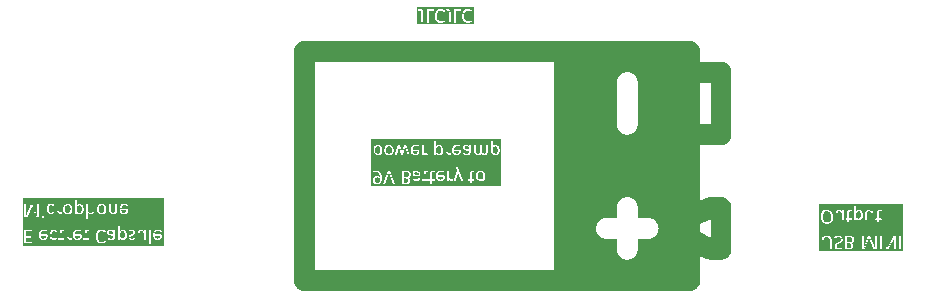
<source format=gbr>
%TF.GenerationSoftware,KiCad,Pcbnew,9.0.1*%
%TF.CreationDate,2025-05-09T23:00:38+01:00*%
%TF.ProjectId,aom-preamp,616f6d2d-7072-4656-916d-702e6b696361,rev?*%
%TF.SameCoordinates,Original*%
%TF.FileFunction,Legend,Bot*%
%TF.FilePolarity,Positive*%
%FSLAX46Y46*%
G04 Gerber Fmt 4.6, Leading zero omitted, Abs format (unit mm)*
G04 Created by KiCad (PCBNEW 9.0.1) date 2025-05-09 23:00:38*
%MOMM*%
%LPD*%
G01*
G04 APERTURE LIST*
%ADD10C,0.100000*%
%ADD11C,0.000000*%
%ADD12C,2.700000*%
%ADD13C,1.200000*%
%ADD14C,0.900000*%
G04 APERTURE END LIST*
D10*
G36*
X163036925Y-96059590D02*
G01*
X163076560Y-96070830D01*
X163110283Y-96089408D01*
X163136967Y-96112742D01*
X163157648Y-96141104D01*
X163172053Y-96174181D01*
X163180378Y-96209921D01*
X163183166Y-96246892D01*
X163180155Y-96287474D01*
X163171577Y-96322620D01*
X163156618Y-96354084D01*
X163135142Y-96380090D01*
X163107321Y-96400490D01*
X163070289Y-96416208D01*
X163027061Y-96425171D01*
X162964715Y-96428670D01*
X162806592Y-96428670D01*
X162806592Y-96055272D01*
X162980670Y-96055272D01*
X163036925Y-96059590D01*
G37*
G36*
X163079129Y-95534011D02*
G01*
X163120060Y-95543039D01*
X163157116Y-95558551D01*
X163188881Y-95579713D01*
X163215305Y-95606838D01*
X163235477Y-95640199D01*
X163247967Y-95678342D01*
X163252384Y-95724103D01*
X163248073Y-95773308D01*
X163235953Y-95814118D01*
X163215674Y-95850003D01*
X163188008Y-95879447D01*
X163153394Y-95902281D01*
X163108947Y-95919613D01*
X163058320Y-95929562D01*
X162989561Y-95933346D01*
X162806592Y-95933346D01*
X162806592Y-95530736D01*
X163028615Y-95530736D01*
X163079129Y-95534011D01*
G37*
G36*
X161164621Y-93342378D02*
G01*
X161220295Y-93355111D01*
X161267276Y-93375153D01*
X161329140Y-93419223D01*
X161377375Y-93476044D01*
X161412711Y-93543563D01*
X161436909Y-93623133D01*
X161450148Y-93708187D01*
X161454690Y-93799989D01*
X161450198Y-93895843D01*
X161437306Y-93981767D01*
X161413686Y-94061552D01*
X161379597Y-94127507D01*
X161332601Y-94182380D01*
X161271721Y-94223952D01*
X161225473Y-94242537D01*
X161170401Y-94254404D01*
X161104788Y-94258641D01*
X161039336Y-94254100D01*
X160984244Y-94241343D01*
X160937774Y-94221253D01*
X160876446Y-94177563D01*
X160828073Y-94121712D01*
X160792381Y-94055437D01*
X160767745Y-93976449D01*
X160754193Y-93892014D01*
X160749567Y-93801815D01*
X160753941Y-93702618D01*
X160766395Y-93615116D01*
X160789651Y-93534191D01*
X160823230Y-93468027D01*
X160869839Y-93413287D01*
X160930233Y-93372058D01*
X160976209Y-93353799D01*
X161031673Y-93342060D01*
X161098517Y-93337845D01*
X161164621Y-93342378D01*
G37*
G36*
X163831369Y-93338405D02*
G01*
X163873921Y-93358166D01*
X163909425Y-93389080D01*
X163937821Y-93429369D01*
X163958806Y-93475925D01*
X163973780Y-93529069D01*
X163982476Y-93584495D01*
X163985369Y-93640279D01*
X163976003Y-93759109D01*
X163963074Y-93814241D01*
X163944092Y-93860952D01*
X163917318Y-93901325D01*
X163883288Y-93932155D01*
X163841637Y-93951877D01*
X163788271Y-93958906D01*
X163732309Y-93950412D01*
X163676347Y-93923662D01*
X163616813Y-93875558D01*
X163551167Y-93802053D01*
X163551167Y-93483903D01*
X163612646Y-93415960D01*
X163665631Y-93370708D01*
X163722013Y-93341012D01*
X163779381Y-93331495D01*
X163831369Y-93338405D01*
G37*
G36*
X167541599Y-96717901D02*
G01*
X160443507Y-96717901D01*
X160443507Y-95818484D01*
X160650978Y-95818484D01*
X160650978Y-96529878D01*
X160654471Y-96542261D01*
X160666933Y-96550676D01*
X160690033Y-96555994D01*
X160727341Y-96558217D01*
X160763776Y-96555994D01*
X160787272Y-96550676D01*
X160799258Y-96542261D01*
X160802830Y-96529878D01*
X160802830Y-95837535D01*
X160808025Y-95760750D01*
X160822357Y-95698543D01*
X160846722Y-95643317D01*
X160878716Y-95599795D01*
X160919216Y-95565394D01*
X160967541Y-95540499D01*
X161021631Y-95525746D01*
X161084308Y-95520575D01*
X161148603Y-95525664D01*
X161202821Y-95540023D01*
X161251060Y-95564562D01*
X161290772Y-95598446D01*
X161322110Y-95641272D01*
X161345861Y-95694971D01*
X161359909Y-95755325D01*
X161364992Y-95829597D01*
X161364992Y-96529878D01*
X161368484Y-96542261D01*
X161380947Y-96550676D01*
X161404443Y-96555994D01*
X161441354Y-96558217D01*
X161477233Y-96555994D01*
X161500333Y-96550676D01*
X161512795Y-96542261D01*
X161516844Y-96529878D01*
X161516844Y-95830074D01*
X161508838Y-95729089D01*
X161486203Y-95643533D01*
X161448553Y-95567196D01*
X161435319Y-95550660D01*
X161730214Y-95550660D01*
X161731960Y-95583126D01*
X161737358Y-95604082D01*
X161746249Y-95615195D01*
X161758632Y-95618370D01*
X161771825Y-95615316D01*
X161793717Y-95603129D01*
X161851902Y-95569949D01*
X161937631Y-95536292D01*
X161990026Y-95524734D01*
X162053524Y-95520575D01*
X162101880Y-95524023D01*
X162144493Y-95533911D01*
X162183472Y-95550293D01*
X162215537Y-95571616D01*
X162241823Y-95598787D01*
X162261259Y-95631547D01*
X162273136Y-95668786D01*
X162277294Y-95712355D01*
X162271492Y-95758589D01*
X162255068Y-95795861D01*
X162229595Y-95828108D01*
X162196407Y-95856745D01*
X162113376Y-95904690D01*
X162017963Y-95949142D01*
X161922946Y-95999389D01*
X161879035Y-96029495D01*
X161840313Y-96064241D01*
X161807569Y-96104470D01*
X161781255Y-96151717D01*
X161764644Y-96205102D01*
X161758632Y-96272214D01*
X161765422Y-96341474D01*
X161784827Y-96400570D01*
X161816266Y-96452631D01*
X161857617Y-96495190D01*
X161907963Y-96528489D01*
X161968668Y-96553454D01*
X162034739Y-96568331D01*
X162107661Y-96573457D01*
X162184420Y-96566789D01*
X162257290Y-96549009D01*
X162318094Y-96524084D01*
X162353180Y-96501857D01*
X162364293Y-96488522D01*
X162368738Y-96476139D01*
X162371437Y-96458040D01*
X162372310Y-96430655D01*
X162370961Y-96402316D01*
X162366912Y-96381519D01*
X162359371Y-96369136D01*
X162348338Y-96365167D01*
X162317698Y-96377550D01*
X162266577Y-96405333D01*
X162195136Y-96433592D01*
X162152327Y-96443092D01*
X162102342Y-96446451D01*
X162056228Y-96443017D01*
X162018836Y-96433512D01*
X161985781Y-96418137D01*
X161960254Y-96399300D01*
X161940044Y-96376019D01*
X161925566Y-96348656D01*
X161916962Y-96318567D01*
X161914056Y-96286423D01*
X161919828Y-96240937D01*
X161936282Y-96203710D01*
X161961796Y-96171463D01*
X161995340Y-96142430D01*
X162079243Y-96093612D01*
X162175133Y-96048683D01*
X162271023Y-95998913D01*
X162315739Y-95969228D01*
X162354926Y-95934933D01*
X162388066Y-95895039D01*
X162414460Y-95847855D01*
X162431170Y-95794752D01*
X162437163Y-95729262D01*
X162429445Y-95651499D01*
X162407396Y-95585269D01*
X162371781Y-95526850D01*
X162324762Y-95478187D01*
X162308229Y-95467074D01*
X162655614Y-95467074D01*
X162655614Y-95933346D01*
X162655614Y-96428670D01*
X162655614Y-96491062D01*
X162660688Y-96521743D01*
X162673791Y-96539324D01*
X162692866Y-96549783D01*
X162712449Y-96553136D01*
X162973526Y-96553136D01*
X163071758Y-96547692D01*
X163142286Y-96533530D01*
X163203742Y-96508857D01*
X163251908Y-96476536D01*
X163290376Y-96435000D01*
X163318110Y-96384774D01*
X163334561Y-96328100D01*
X163340336Y-96261895D01*
X163337861Y-96221553D01*
X163330573Y-96183548D01*
X163318392Y-96147409D01*
X163301679Y-96114488D01*
X163280264Y-96084677D01*
X163253734Y-96057971D01*
X163222998Y-96035418D01*
X163187611Y-96017011D01*
X163233205Y-96004496D01*
X163275484Y-95984704D01*
X163313770Y-95958101D01*
X163347004Y-95925011D01*
X163374154Y-95886087D01*
X163395346Y-95840075D01*
X163408549Y-95789847D01*
X163413127Y-95733152D01*
X163409565Y-95680504D01*
X163399315Y-95633611D01*
X163382618Y-95589975D01*
X163360737Y-95551771D01*
X163333384Y-95517814D01*
X163300806Y-95488109D01*
X163263834Y-95463122D01*
X163221744Y-95442149D01*
X163183150Y-95428337D01*
X164055223Y-95428337D01*
X164055223Y-96483918D01*
X164060635Y-96517282D01*
X164074750Y-96537181D01*
X164095594Y-96549201D01*
X164118329Y-96553136D01*
X164210647Y-96553136D01*
X164260338Y-96547818D01*
X164297646Y-96530910D01*
X164324317Y-96501699D01*
X164342971Y-96460025D01*
X164675966Y-95628769D01*
X164680411Y-95628769D01*
X165026741Y-96457326D01*
X165048015Y-96502572D01*
X165073337Y-96532260D01*
X165103977Y-96548215D01*
X165143111Y-96553136D01*
X165239874Y-96553136D01*
X165265196Y-96549088D01*
X165285596Y-96536705D01*
X165299408Y-96515431D01*
X165304726Y-96483918D01*
X165304726Y-95428337D01*
X165611050Y-95428337D01*
X165611050Y-96529799D01*
X165615019Y-96542261D01*
X165628354Y-96550676D01*
X165652327Y-96555994D01*
X165687412Y-96558217D01*
X165724244Y-96555994D01*
X165747820Y-96550676D01*
X165760282Y-96542261D01*
X165763854Y-96529799D01*
X165763854Y-95428337D01*
X166069542Y-95428337D01*
X166069542Y-96487490D01*
X166074916Y-96519104D01*
X166089070Y-96538054D01*
X166109723Y-96549434D01*
X166131696Y-96553136D01*
X166204566Y-96553136D01*
X166247589Y-96548691D01*
X166278706Y-96534006D01*
X166305298Y-96505668D01*
X166333319Y-96460025D01*
X166612177Y-95956127D01*
X166661868Y-95866032D01*
X166708066Y-95779589D01*
X166752042Y-95695765D01*
X166795066Y-95612814D01*
X166796018Y-95612814D01*
X166793716Y-95759109D01*
X166793319Y-95905404D01*
X166793319Y-96529719D01*
X166796892Y-96541309D01*
X166808878Y-96550596D01*
X166831024Y-96556391D01*
X166867062Y-96558217D01*
X166900799Y-96556391D01*
X166922945Y-96550596D01*
X166934535Y-96541229D01*
X166938107Y-96529719D01*
X166938107Y-95465883D01*
X166932312Y-95435560D01*
X166926965Y-95428337D01*
X167244351Y-95428337D01*
X167244351Y-96529799D01*
X167248319Y-96542261D01*
X167261655Y-96550676D01*
X167285628Y-96555994D01*
X167320713Y-96558217D01*
X167357545Y-96555994D01*
X167381120Y-96550676D01*
X167393583Y-96542261D01*
X167397155Y-96529799D01*
X167397155Y-95428337D01*
X167393583Y-95415874D01*
X167381120Y-95407460D01*
X167357545Y-95402142D01*
X167320713Y-95399919D01*
X167284357Y-95402142D01*
X167260385Y-95407460D01*
X167247923Y-95415874D01*
X167244351Y-95428337D01*
X166926965Y-95428337D01*
X166917151Y-95415081D01*
X166896274Y-95403491D01*
X166873254Y-95399919D01*
X166824436Y-95399919D01*
X166783953Y-95405000D01*
X166751090Y-95423257D01*
X166720053Y-95459453D01*
X166685840Y-95517003D01*
X166323555Y-96169974D01*
X166266243Y-96275945D01*
X166212504Y-96383742D01*
X166210758Y-96383742D01*
X166213377Y-96253322D01*
X166214330Y-96121156D01*
X166214330Y-95428337D01*
X166210758Y-95416271D01*
X166198771Y-95407460D01*
X166176545Y-95402142D01*
X166141460Y-95399919D01*
X166106374Y-95402142D01*
X166084624Y-95407460D01*
X166073114Y-95416271D01*
X166069542Y-95428337D01*
X165763854Y-95428337D01*
X165760282Y-95415874D01*
X165747820Y-95407460D01*
X165724244Y-95402142D01*
X165687412Y-95399919D01*
X165651057Y-95402142D01*
X165627084Y-95407460D01*
X165614622Y-95415874D01*
X165611050Y-95428337D01*
X165304726Y-95428337D01*
X165301154Y-95415874D01*
X165288771Y-95407460D01*
X165266069Y-95402142D01*
X165230110Y-95399919D01*
X165195025Y-95402142D01*
X165171926Y-95407460D01*
X165159939Y-95415874D01*
X165156447Y-95428337D01*
X165156447Y-96428035D01*
X165154621Y-96428035D01*
X164745264Y-95423892D01*
X164737643Y-95413255D01*
X164723435Y-95405714D01*
X164701288Y-95401269D01*
X164670648Y-95399919D01*
X164638658Y-95401745D01*
X164616511Y-95406587D01*
X164602699Y-95414128D01*
X164596031Y-95423892D01*
X164204455Y-96428035D01*
X164203582Y-96428035D01*
X164203582Y-95428337D01*
X164200010Y-95415874D01*
X164187547Y-95407460D01*
X164164448Y-95402142D01*
X164128093Y-95399919D01*
X164092531Y-95402142D01*
X164069908Y-95407460D01*
X164058319Y-95415874D01*
X164055223Y-95428337D01*
X163183150Y-95428337D01*
X163176659Y-95426014D01*
X163127601Y-95414287D01*
X163075593Y-95407470D01*
X163012660Y-95405000D01*
X162712449Y-95405000D01*
X162692861Y-95408335D01*
X162673791Y-95418732D01*
X162660684Y-95436378D01*
X162655614Y-95467074D01*
X162308229Y-95467074D01*
X162267947Y-95439998D01*
X162200455Y-95411985D01*
X162127154Y-95395451D01*
X162046380Y-95389759D01*
X161989834Y-95392307D01*
X161939378Y-95399602D01*
X161851426Y-95423733D01*
X161786653Y-95453341D01*
X161750218Y-95479298D01*
X161735056Y-95506525D01*
X161730214Y-95550660D01*
X161435319Y-95550660D01*
X161398728Y-95504938D01*
X161336330Y-95455523D01*
X161260132Y-95418970D01*
X161175002Y-95397398D01*
X161074544Y-95389759D01*
X160982266Y-95396860D01*
X160901339Y-95417224D01*
X160828224Y-95451547D01*
X160767268Y-95498270D01*
X160718358Y-95557724D01*
X160681142Y-95632420D01*
X160658911Y-95716878D01*
X160650978Y-95818484D01*
X160443507Y-95818484D01*
X160443507Y-93791416D01*
X160587951Y-93791416D01*
X160588622Y-93801815D01*
X160596481Y-93923590D01*
X160620735Y-94038364D01*
X160646968Y-94110268D01*
X160679882Y-94172857D01*
X160719323Y-94227207D01*
X160766460Y-94274830D01*
X160820957Y-94314748D01*
X160883638Y-94347228D01*
X160950633Y-94370070D01*
X161026822Y-94384423D01*
X161113678Y-94389457D01*
X161197676Y-94384867D01*
X161270877Y-94371831D01*
X161334748Y-94351197D01*
X161394597Y-94321484D01*
X161446580Y-94284396D01*
X161491522Y-94239669D01*
X161528905Y-94188296D01*
X161560066Y-94128292D01*
X161584792Y-94058447D01*
X161607335Y-93946073D01*
X161615432Y-93810944D01*
X161606839Y-93675432D01*
X161582569Y-93559392D01*
X161582167Y-93558281D01*
X161835471Y-93558281D01*
X161835471Y-94041936D01*
X161838566Y-94053843D01*
X161850553Y-94062734D01*
X161873652Y-94068052D01*
X161909134Y-94069401D01*
X161944696Y-94068052D01*
X161967319Y-94062734D01*
X161979305Y-94053843D01*
X161982877Y-94041936D01*
X161982877Y-93577728D01*
X161985746Y-93511275D01*
X161993038Y-93465725D01*
X162006283Y-93425956D01*
X162024154Y-93393966D01*
X162047839Y-93367567D01*
X162077021Y-93347847D01*
X162110872Y-93335760D01*
X162151637Y-93331495D01*
X162205178Y-93340701D01*
X162261259Y-93370232D01*
X162314717Y-93415250D01*
X162377152Y-93483823D01*
X162377152Y-94041936D01*
X162380248Y-94053843D01*
X162392234Y-94062734D01*
X162414857Y-94068052D01*
X162450895Y-94069401D01*
X162486378Y-94068052D01*
X162508604Y-94062734D01*
X162520590Y-94053843D01*
X162524559Y-94041936D01*
X162524559Y-94002882D01*
X162688397Y-94002882D01*
X162690620Y-94031379D01*
X162696414Y-94050509D01*
X162705702Y-94061225D01*
X162718640Y-94064321D01*
X162829612Y-94064321D01*
X162829612Y-94254354D01*
X162832708Y-94265864D01*
X162844218Y-94275231D01*
X162866920Y-94280946D01*
X162902403Y-94282772D01*
X162938838Y-94280946D01*
X162960984Y-94275231D01*
X162972574Y-94265864D01*
X162976146Y-94254354D01*
X162976146Y-94064321D01*
X163181261Y-94064321D01*
X163193723Y-94061225D01*
X163203011Y-94050509D01*
X163208805Y-94031379D01*
X163210552Y-94002882D01*
X163208174Y-93973288D01*
X163202534Y-93956604D01*
X163192952Y-93945754D01*
X163181261Y-93942395D01*
X162976146Y-93942395D01*
X162976146Y-93497953D01*
X162983122Y-93421388D01*
X163000515Y-93373566D01*
X163020195Y-93350891D01*
X163048353Y-93336732D01*
X163088070Y-93331495D01*
X163124426Y-93335464D01*
X163152843Y-93343957D01*
X163174196Y-93352372D01*
X163190151Y-93356420D01*
X163198565Y-93354197D01*
X163204836Y-93345704D01*
X163208805Y-93328796D01*
X163210552Y-93302045D01*
X163206980Y-93261006D01*
X163196343Y-93238780D01*
X163175069Y-93225365D01*
X163142603Y-93215125D01*
X163104025Y-93208458D01*
X163063145Y-93205759D01*
X163003545Y-93210140D01*
X162956539Y-93222111D01*
X162915803Y-93242990D01*
X162883749Y-93271802D01*
X162859698Y-93308520D01*
X162842472Y-93356023D01*
X162833064Y-93409364D01*
X162829612Y-93476123D01*
X162829612Y-93942395D01*
X162717688Y-93942395D01*
X162706048Y-93945746D01*
X162696414Y-93956604D01*
X162690775Y-93973288D01*
X162688397Y-94002882D01*
X162524559Y-94002882D01*
X162524559Y-93243384D01*
X162521463Y-93231398D01*
X162510350Y-93222984D01*
X162489474Y-93217745D01*
X162457960Y-93215919D01*
X162424621Y-93217745D01*
X162404221Y-93222984D01*
X162393981Y-93231398D01*
X162391361Y-93243464D01*
X162391361Y-93349038D01*
X162320801Y-93282316D01*
X162256417Y-93240050D01*
X162188609Y-93214142D01*
X162121393Y-93205759D01*
X162045424Y-93212884D01*
X161986846Y-93232351D01*
X161937078Y-93263992D01*
X161898497Y-93304506D01*
X161869806Y-93353283D01*
X161850076Y-93410795D01*
X161839447Y-93474830D01*
X161835471Y-93558281D01*
X161582167Y-93558281D01*
X161556374Y-93486910D01*
X161523588Y-93423736D01*
X161484378Y-93368803D01*
X161437476Y-93320716D01*
X161383143Y-93280543D01*
X161320539Y-93247988D01*
X161253544Y-93225144D01*
X161177381Y-93210792D01*
X161090579Y-93205759D01*
X161004705Y-93210423D01*
X160930468Y-93223618D01*
X160866254Y-93244416D01*
X160806204Y-93274488D01*
X160754398Y-93311872D01*
X160709957Y-93356817D01*
X160673221Y-93408464D01*
X160642520Y-93469054D01*
X160618115Y-93539865D01*
X160595943Y-93653711D01*
X160587951Y-93791416D01*
X160443507Y-93791416D01*
X160443507Y-92924281D01*
X163404633Y-92924281D01*
X163404633Y-93483903D01*
X163404633Y-94041857D01*
X163407253Y-94054716D01*
X163417889Y-94063131D01*
X163438290Y-94068052D01*
X163468533Y-94069401D01*
X163499173Y-94068052D01*
X163519177Y-94063289D01*
X163530290Y-94055034D01*
X163533386Y-94042413D01*
X163533386Y-93937156D01*
X163603557Y-94002009D01*
X163671426Y-94047731D01*
X163741597Y-94075275D01*
X163817562Y-94084642D01*
X163900170Y-94075716D01*
X163965842Y-94050827D01*
X164021425Y-94010880D01*
X164065701Y-93958430D01*
X164098694Y-93896059D01*
X164122139Y-93821977D01*
X164135378Y-93742817D01*
X164139920Y-93657187D01*
X164134135Y-93558281D01*
X164355275Y-93558281D01*
X164355275Y-94041936D01*
X164358371Y-94053843D01*
X164370357Y-94062734D01*
X164393456Y-94068052D01*
X164428939Y-94069401D01*
X164464501Y-94068052D01*
X164487124Y-94062734D01*
X164499110Y-94053843D01*
X164502682Y-94041936D01*
X164502682Y-93577728D01*
X164505551Y-93511275D01*
X164512842Y-93465725D01*
X164526087Y-93425956D01*
X164543959Y-93393966D01*
X164567643Y-93367567D01*
X164596825Y-93347847D01*
X164630677Y-93335760D01*
X164671441Y-93331495D01*
X164724982Y-93340701D01*
X164781064Y-93370232D01*
X164834521Y-93415250D01*
X164896957Y-93483823D01*
X164896957Y-94041936D01*
X164900053Y-94053843D01*
X164912039Y-94062734D01*
X164934662Y-94068052D01*
X164970700Y-94069401D01*
X165006182Y-94068052D01*
X165028408Y-94062734D01*
X165040395Y-94053843D01*
X165044364Y-94041936D01*
X165044364Y-94002882D01*
X165208202Y-94002882D01*
X165210424Y-94031379D01*
X165216219Y-94050509D01*
X165225506Y-94061225D01*
X165238445Y-94064321D01*
X165349417Y-94064321D01*
X165349417Y-94254354D01*
X165352513Y-94265864D01*
X165364023Y-94275231D01*
X165386725Y-94280946D01*
X165422207Y-94282772D01*
X165458642Y-94280946D01*
X165480789Y-94275231D01*
X165492378Y-94265864D01*
X165495950Y-94254354D01*
X165495950Y-94064321D01*
X165701065Y-94064321D01*
X165713528Y-94061225D01*
X165722815Y-94050509D01*
X165728610Y-94031379D01*
X165730356Y-94002882D01*
X165727978Y-93973288D01*
X165722339Y-93956604D01*
X165712757Y-93945754D01*
X165701065Y-93942395D01*
X165495950Y-93942395D01*
X165495950Y-93497953D01*
X165502927Y-93421388D01*
X165520320Y-93373566D01*
X165539999Y-93350891D01*
X165568157Y-93336732D01*
X165607875Y-93331495D01*
X165644230Y-93335464D01*
X165672648Y-93343957D01*
X165694001Y-93352372D01*
X165709956Y-93356420D01*
X165718370Y-93354197D01*
X165724641Y-93345704D01*
X165728610Y-93328796D01*
X165730356Y-93302045D01*
X165726784Y-93261006D01*
X165716147Y-93238780D01*
X165694874Y-93225365D01*
X165662408Y-93215125D01*
X165623830Y-93208458D01*
X165582950Y-93205759D01*
X165523350Y-93210140D01*
X165476344Y-93222111D01*
X165435608Y-93242990D01*
X165403553Y-93271802D01*
X165379503Y-93308520D01*
X165362276Y-93356023D01*
X165352868Y-93409364D01*
X165349417Y-93476123D01*
X165349417Y-93942395D01*
X165237493Y-93942395D01*
X165225853Y-93945746D01*
X165216219Y-93956604D01*
X165210580Y-93973288D01*
X165208202Y-94002882D01*
X165044364Y-94002882D01*
X165044364Y-93243384D01*
X165041268Y-93231398D01*
X165030155Y-93222984D01*
X165009278Y-93217745D01*
X164977765Y-93215919D01*
X164944426Y-93217745D01*
X164924025Y-93222984D01*
X164913785Y-93231398D01*
X164911166Y-93243464D01*
X164911166Y-93349038D01*
X164840605Y-93282316D01*
X164776222Y-93240050D01*
X164708413Y-93214142D01*
X164641198Y-93205759D01*
X164565229Y-93212884D01*
X164506651Y-93232351D01*
X164456883Y-93263992D01*
X164418302Y-93304506D01*
X164389611Y-93353283D01*
X164369881Y-93410795D01*
X164359251Y-93474830D01*
X164355275Y-93558281D01*
X164134135Y-93558281D01*
X164133963Y-93555338D01*
X164117218Y-93468741D01*
X164088542Y-93390053D01*
X164050619Y-93327050D01*
X164001415Y-93275456D01*
X163941870Y-93237272D01*
X163873717Y-93213925D01*
X163793590Y-93205759D01*
X163727864Y-93212903D01*
X163668806Y-93235050D01*
X163611495Y-93273310D01*
X163551167Y-93327526D01*
X163551167Y-92924519D01*
X163547595Y-92911977D01*
X163536005Y-92903008D01*
X163513859Y-92897689D01*
X163477424Y-92895863D01*
X163441941Y-92897689D01*
X163419239Y-92903008D01*
X163407729Y-92911898D01*
X163404633Y-92924281D01*
X160443507Y-92924281D01*
X160443507Y-92751419D01*
X167541599Y-92751419D01*
X167541599Y-96717901D01*
G37*
G36*
X123090987Y-90476454D02*
G01*
X123154106Y-90491372D01*
X123213073Y-90515104D01*
X123261506Y-90544238D01*
X123257368Y-90653368D01*
X123246424Y-90735462D01*
X123226782Y-90808468D01*
X123202051Y-90860960D01*
X123168679Y-90902952D01*
X123130134Y-90930178D01*
X123085158Y-90945977D01*
X123031545Y-90951531D01*
X122976615Y-90946004D01*
X122932957Y-90930655D01*
X122895557Y-90906127D01*
X122865881Y-90874772D01*
X122843240Y-90837612D01*
X122827224Y-90795314D01*
X122817951Y-90750395D01*
X122814841Y-90703948D01*
X122817729Y-90652845D01*
X122825954Y-90608059D01*
X122840807Y-90567328D01*
X122861912Y-90534474D01*
X122890130Y-90508031D01*
X122926686Y-90487879D01*
X122969399Y-90475886D01*
X123025274Y-90471448D01*
X123090987Y-90476454D01*
G37*
G36*
X125486393Y-90559590D02*
G01*
X125526028Y-90570830D01*
X125559751Y-90589408D01*
X125586435Y-90612742D01*
X125607115Y-90641104D01*
X125621521Y-90674181D01*
X125629846Y-90709921D01*
X125632634Y-90746892D01*
X125629623Y-90787474D01*
X125621045Y-90822620D01*
X125606086Y-90854084D01*
X125584610Y-90880090D01*
X125556789Y-90900490D01*
X125519757Y-90916208D01*
X125476529Y-90925171D01*
X125414183Y-90928670D01*
X125256060Y-90928670D01*
X125256060Y-90555272D01*
X125430138Y-90555272D01*
X125486393Y-90559590D01*
G37*
G36*
X125528597Y-90034011D02*
G01*
X125569528Y-90043039D01*
X125606583Y-90058551D01*
X125638349Y-90079713D01*
X125664773Y-90106838D01*
X125684945Y-90140199D01*
X125697435Y-90178342D01*
X125701852Y-90224103D01*
X125697541Y-90273308D01*
X125685421Y-90314118D01*
X125665142Y-90350003D01*
X125637476Y-90379447D01*
X125602862Y-90402281D01*
X125558415Y-90419613D01*
X125507788Y-90429562D01*
X125439029Y-90433346D01*
X125256060Y-90433346D01*
X125256060Y-90030736D01*
X125478083Y-90030736D01*
X125528597Y-90034011D01*
G37*
G36*
X126379284Y-90011361D02*
G01*
X126430630Y-90033196D01*
X126478776Y-90068047D01*
X126534061Y-90122418D01*
X126534061Y-90291099D01*
X126408880Y-90291099D01*
X126350517Y-90288366D01*
X126304021Y-90280938D01*
X126262235Y-90267849D01*
X126230357Y-90250853D01*
X126204591Y-90228621D01*
X126187254Y-90203147D01*
X126177089Y-90173879D01*
X126173522Y-90139167D01*
X126178183Y-90099667D01*
X126191398Y-90067381D01*
X126213053Y-90040658D01*
X126241489Y-90021031D01*
X126277620Y-90008576D01*
X126323627Y-90004064D01*
X126379284Y-90011361D01*
G37*
G36*
X128596008Y-90483908D02*
G01*
X128578478Y-90542705D01*
X128550047Y-90589087D01*
X128509960Y-90624403D01*
X128458070Y-90646391D01*
X128390655Y-90654337D01*
X128338821Y-90649037D01*
X128295638Y-90634016D01*
X128257881Y-90610294D01*
X128227213Y-90580276D01*
X128203039Y-90544412D01*
X128184587Y-90502247D01*
X128172871Y-90456900D01*
X128167759Y-90409214D01*
X128601168Y-90409214D01*
X128596008Y-90483908D01*
G37*
G36*
X131842795Y-90019021D02*
G01*
X131892694Y-90036054D01*
X131935623Y-90063888D01*
X131969930Y-90100907D01*
X131995771Y-90145773D01*
X132014382Y-90200368D01*
X132024900Y-90259808D01*
X132028591Y-90327454D01*
X132025523Y-90391246D01*
X132016605Y-90450015D01*
X132000397Y-90505018D01*
X131977074Y-90551223D01*
X131944813Y-90590085D01*
X131902458Y-90620124D01*
X131851660Y-90638668D01*
X131785294Y-90645446D01*
X131723440Y-90639346D01*
X131673767Y-90622347D01*
X131631269Y-90594456D01*
X131597008Y-90557018D01*
X131571104Y-90511825D01*
X131552158Y-90457080D01*
X131541274Y-90397793D01*
X131537473Y-90330947D01*
X131540551Y-90266376D01*
X131549460Y-90207433D01*
X131565776Y-90152518D01*
X131589387Y-90106622D01*
X131621985Y-90068193D01*
X131664480Y-90038277D01*
X131715287Y-90019735D01*
X131781722Y-90012955D01*
X131842795Y-90019021D01*
G37*
G36*
X123150132Y-87838405D02*
G01*
X123192684Y-87858166D01*
X123228189Y-87889080D01*
X123256584Y-87929369D01*
X123277569Y-87975925D01*
X123292543Y-88029069D01*
X123301239Y-88084495D01*
X123304132Y-88140279D01*
X123294766Y-88259109D01*
X123281837Y-88314241D01*
X123262855Y-88360952D01*
X123236081Y-88401325D01*
X123202051Y-88432155D01*
X123160400Y-88451877D01*
X123107035Y-88458906D01*
X123051072Y-88450412D01*
X122995110Y-88423662D01*
X122935576Y-88375558D01*
X122869930Y-88302053D01*
X122869930Y-87983903D01*
X122931409Y-87915960D01*
X122984394Y-87870708D01*
X123040776Y-87841012D01*
X123098144Y-87831495D01*
X123150132Y-87838405D01*
G37*
G36*
X124081441Y-87835021D02*
G01*
X124131340Y-87852054D01*
X124174269Y-87879888D01*
X124208576Y-87916907D01*
X124234417Y-87961773D01*
X124253028Y-88016368D01*
X124263546Y-88075808D01*
X124267237Y-88143454D01*
X124264169Y-88207246D01*
X124255251Y-88266015D01*
X124239043Y-88321018D01*
X124215720Y-88367223D01*
X124183459Y-88406085D01*
X124141104Y-88436124D01*
X124090306Y-88454668D01*
X124023941Y-88461446D01*
X123962086Y-88455346D01*
X123912413Y-88438347D01*
X123869916Y-88410456D01*
X123835654Y-88373018D01*
X123809750Y-88327825D01*
X123790805Y-88273080D01*
X123779920Y-88213793D01*
X123776120Y-88146947D01*
X123779197Y-88082376D01*
X123788106Y-88023433D01*
X123804422Y-87968518D01*
X123828033Y-87922622D01*
X123860631Y-87884193D01*
X123903126Y-87854277D01*
X123953933Y-87835735D01*
X124020368Y-87828955D01*
X124081441Y-87835021D01*
G37*
G36*
X126444521Y-88299908D02*
G01*
X126426992Y-88358705D01*
X126398561Y-88405087D01*
X126358474Y-88440403D01*
X126306584Y-88462391D01*
X126239168Y-88470337D01*
X126187334Y-88465037D01*
X126144152Y-88450016D01*
X126106395Y-88426294D01*
X126075727Y-88396276D01*
X126051553Y-88360412D01*
X126033101Y-88318247D01*
X126021385Y-88272900D01*
X126016272Y-88225214D01*
X126449681Y-88225214D01*
X126444521Y-88299908D01*
G37*
G36*
X128291346Y-87838405D02*
G01*
X128333899Y-87858166D01*
X128369403Y-87889080D01*
X128397799Y-87929369D01*
X128418783Y-87975925D01*
X128433757Y-88029069D01*
X128442453Y-88084495D01*
X128445347Y-88140279D01*
X128435980Y-88259109D01*
X128423051Y-88314241D01*
X128404070Y-88360952D01*
X128377295Y-88401325D01*
X128343265Y-88432155D01*
X128301614Y-88451877D01*
X128248249Y-88458906D01*
X128192287Y-88450412D01*
X128136325Y-88423662D01*
X128076790Y-88375558D01*
X128011144Y-88302053D01*
X128011144Y-87983903D01*
X128072623Y-87915960D01*
X128125608Y-87870708D01*
X128181991Y-87841012D01*
X128239358Y-87831495D01*
X128291346Y-87838405D01*
G37*
G36*
X129958785Y-88299908D02*
G01*
X129941255Y-88358705D01*
X129912825Y-88405087D01*
X129872738Y-88440403D01*
X129820847Y-88462391D01*
X129753432Y-88470337D01*
X129701598Y-88465037D01*
X129658415Y-88450016D01*
X129620659Y-88426294D01*
X129589991Y-88396276D01*
X129565816Y-88360412D01*
X129547364Y-88318247D01*
X129535648Y-88272900D01*
X129530536Y-88225214D01*
X129963945Y-88225214D01*
X129958785Y-88299908D01*
G37*
G36*
X130636534Y-87827361D02*
G01*
X130687881Y-87849196D01*
X130736027Y-87884047D01*
X130791311Y-87938418D01*
X130791311Y-88107099D01*
X130666131Y-88107099D01*
X130607767Y-88104366D01*
X130561271Y-88096938D01*
X130519486Y-88083849D01*
X130487608Y-88066853D01*
X130461842Y-88044621D01*
X130444505Y-88019147D01*
X130434340Y-87989879D01*
X130430772Y-87955167D01*
X130435434Y-87915667D01*
X130448648Y-87883381D01*
X130470303Y-87856658D01*
X130498740Y-87837031D01*
X130534871Y-87824576D01*
X130580878Y-87820064D01*
X130636534Y-87827361D01*
G37*
G36*
X133085833Y-87838405D02*
G01*
X133128386Y-87858166D01*
X133163890Y-87889080D01*
X133192286Y-87929369D01*
X133213270Y-87975925D01*
X133228244Y-88029069D01*
X133236941Y-88084495D01*
X133239834Y-88140279D01*
X133230467Y-88259109D01*
X133217538Y-88314241D01*
X133198557Y-88360952D01*
X133171782Y-88401325D01*
X133137752Y-88432155D01*
X133096101Y-88451877D01*
X133042736Y-88458906D01*
X132986774Y-88450412D01*
X132930812Y-88423662D01*
X132871277Y-88375558D01*
X132805631Y-88302053D01*
X132805631Y-87983903D01*
X132867110Y-87915960D01*
X132920095Y-87870708D01*
X132976478Y-87841012D01*
X133033845Y-87831495D01*
X133085833Y-87838405D01*
G37*
G36*
X133538829Y-91217901D02*
G01*
X122515846Y-91217901D01*
X122515846Y-90692756D01*
X122660290Y-90692756D01*
X122661131Y-90703948D01*
X122665921Y-90767700D01*
X122682516Y-90837861D01*
X122711061Y-90902702D01*
X122751814Y-90958993D01*
X122804455Y-91005444D01*
X122871676Y-91042420D01*
X122948848Y-91065200D01*
X123045754Y-91073457D01*
X123115253Y-91068647D01*
X123173157Y-91055200D01*
X123225528Y-91032721D01*
X123229126Y-91030275D01*
X123540205Y-91030275D01*
X123547746Y-91048453D01*
X123573465Y-91056391D01*
X123621489Y-91058217D01*
X123660941Y-91056867D01*
X123683564Y-91051946D01*
X123695550Y-91042658D01*
X123703170Y-91028053D01*
X124032593Y-90062249D01*
X124033545Y-90062249D01*
X124354077Y-91026306D01*
X124360269Y-91042261D01*
X124372732Y-91051946D01*
X124397577Y-91056867D01*
X124440283Y-91058217D01*
X124483703Y-91055994D01*
X124505532Y-91047580D01*
X124509978Y-91029402D01*
X124501484Y-90997889D01*
X124139125Y-89967074D01*
X125105081Y-89967074D01*
X125105081Y-90433346D01*
X125105081Y-90928670D01*
X125105081Y-90991062D01*
X125110155Y-91021743D01*
X125123259Y-91039324D01*
X125142334Y-91049783D01*
X125161917Y-91053136D01*
X125422994Y-91053136D01*
X125521226Y-91047692D01*
X125591754Y-91033530D01*
X125653210Y-91008857D01*
X125701376Y-90976536D01*
X125739843Y-90935000D01*
X125767578Y-90884774D01*
X125784029Y-90828100D01*
X125789804Y-90761895D01*
X125787329Y-90721553D01*
X125780040Y-90683548D01*
X125767860Y-90647409D01*
X125751147Y-90614488D01*
X125729732Y-90584677D01*
X125703202Y-90557971D01*
X125672466Y-90535418D01*
X125637079Y-90517011D01*
X125682673Y-90504496D01*
X125724952Y-90484704D01*
X125763238Y-90458101D01*
X125796472Y-90425011D01*
X125823622Y-90386087D01*
X125844814Y-90340075D01*
X125858017Y-90289847D01*
X125862595Y-90233152D01*
X125859033Y-90180504D01*
X125848783Y-90133611D01*
X125848206Y-90132103D01*
X126023416Y-90132103D01*
X126024209Y-90139167D01*
X126030598Y-90196090D01*
X126050961Y-90248790D01*
X126084139Y-90293740D01*
X126130022Y-90331026D01*
X126185504Y-90358999D01*
X126256076Y-90380162D01*
X126333173Y-90392210D01*
X126423962Y-90396514D01*
X126534061Y-90396514D01*
X126534061Y-90459223D01*
X126531475Y-90504345D01*
X126524297Y-90541698D01*
X126511254Y-90575075D01*
X126492784Y-90601311D01*
X126468261Y-90621835D01*
X126436345Y-90637111D01*
X126399526Y-90645957D01*
X126351092Y-90649256D01*
X126298581Y-90645827D01*
X126253853Y-90636159D01*
X126178364Y-90607344D01*
X126124228Y-90578450D01*
X126091841Y-90565432D01*
X126079378Y-90569004D01*
X126070012Y-90579641D01*
X126064296Y-90597898D01*
X126062550Y-90622426D01*
X126065646Y-90657591D01*
X126080728Y-90682119D01*
X126122005Y-90709505D01*
X126189477Y-90738399D01*
X126272984Y-90760069D01*
X126364428Y-90768642D01*
X126447044Y-90763341D01*
X126510962Y-90749036D01*
X126566679Y-90724283D01*
X126608677Y-90691645D01*
X126612307Y-90686882D01*
X126825778Y-90686882D01*
X126828001Y-90715379D01*
X126833796Y-90734509D01*
X126843083Y-90745225D01*
X126856022Y-90748321D01*
X126966994Y-90748321D01*
X126966994Y-90938354D01*
X126970089Y-90949864D01*
X126981599Y-90959231D01*
X127004302Y-90964946D01*
X127039784Y-90966772D01*
X127076219Y-90964946D01*
X127098366Y-90959231D01*
X127109955Y-90949864D01*
X127113527Y-90938354D01*
X127113527Y-90748321D01*
X127510501Y-90748321D01*
X127510501Y-90978758D01*
X127513994Y-90991221D01*
X127525980Y-90999794D01*
X127548682Y-91005191D01*
X127584165Y-91007414D01*
X127619726Y-91005191D01*
X127642349Y-90999794D01*
X127654336Y-90991221D01*
X127657908Y-90978758D01*
X127657908Y-90748321D01*
X127862150Y-90748321D01*
X127874612Y-90745225D01*
X127883900Y-90734509D01*
X127889615Y-90715379D01*
X127891441Y-90686882D01*
X127889063Y-90657288D01*
X127883423Y-90640604D01*
X127873974Y-90629688D01*
X127863023Y-90626395D01*
X127657908Y-90626395D01*
X127657908Y-90325232D01*
X128013208Y-90325232D01*
X128019067Y-90409214D01*
X128020176Y-90425106D01*
X128039879Y-90510423D01*
X128073027Y-90587518D01*
X128116718Y-90649971D01*
X128171995Y-90700594D01*
X128237930Y-90738002D01*
X128311932Y-90760739D01*
X128396846Y-90768642D01*
X128486639Y-90760613D01*
X128557112Y-90738558D01*
X128618023Y-90702804D01*
X128665941Y-90657512D01*
X128702630Y-90602741D01*
X128728571Y-90538046D01*
X128743466Y-90467901D01*
X128748574Y-90391513D01*
X128748574Y-90365000D01*
X128743722Y-90334076D01*
X128731190Y-90315865D01*
X128712619Y-90304890D01*
X128691739Y-90301259D01*
X128167759Y-90301259D01*
X128171261Y-90236114D01*
X128181094Y-90180683D01*
X128199161Y-90130261D01*
X128225467Y-90088682D01*
X128260809Y-90055034D01*
X128306275Y-90029704D01*
X128359309Y-90014677D01*
X128427963Y-90009145D01*
X128483182Y-90011627D01*
X128529171Y-90018511D01*
X128606010Y-90039626D01*
X128659273Y-90060662D01*
X128690866Y-90070108D01*
X128701899Y-90066933D01*
X128709440Y-90057566D01*
X128713489Y-90040261D01*
X128714838Y-90013114D01*
X128713886Y-89993031D01*
X128711663Y-89977869D01*
X128707218Y-89965804D01*
X128699200Y-89955564D01*
X128670386Y-89939529D01*
X128636055Y-89927384D01*
X128972105Y-89927384D01*
X128972105Y-90725936D01*
X128974725Y-90737843D01*
X128985362Y-90746734D01*
X129005762Y-90752052D01*
X129038704Y-90753401D01*
X129071091Y-90752052D01*
X129091015Y-90746734D01*
X129101255Y-90737843D01*
X129104430Y-90725857D01*
X129104430Y-90609646D01*
X129166107Y-90689105D01*
X129220720Y-90737446D01*
X129271761Y-90761816D01*
X129322881Y-90768642D01*
X129348996Y-90767293D01*
X129379637Y-90762371D01*
X129408531Y-90754433D01*
X129426788Y-90745543D01*
X129433852Y-90737129D01*
X129436948Y-90726889D01*
X129437047Y-90725857D01*
X129509024Y-90725857D01*
X129516089Y-90742765D01*
X129539188Y-90751179D01*
X129581894Y-90753401D01*
X129623568Y-90752052D01*
X129647620Y-90747131D01*
X129660479Y-90736970D01*
X129668893Y-90718792D01*
X129897108Y-90078046D01*
X129899807Y-90078046D01*
X130120004Y-90722364D01*
X130132943Y-90744035D01*
X130155566Y-90751179D01*
X130199065Y-90753401D01*
X130239866Y-90751179D01*
X130263442Y-90742765D01*
X130270983Y-90725857D01*
X130265664Y-90699265D01*
X130261193Y-90686882D01*
X130741382Y-90686882D01*
X130743605Y-90715379D01*
X130749399Y-90734509D01*
X130758687Y-90745225D01*
X130771625Y-90748321D01*
X130882597Y-90748321D01*
X130882597Y-90938354D01*
X130885693Y-90949864D01*
X130897203Y-90959231D01*
X130919905Y-90964946D01*
X130955388Y-90966772D01*
X130991823Y-90964946D01*
X131013969Y-90959231D01*
X131025559Y-90949864D01*
X131029131Y-90938354D01*
X131029131Y-90748321D01*
X131234246Y-90748321D01*
X131246708Y-90745225D01*
X131255996Y-90734509D01*
X131261790Y-90715379D01*
X131263537Y-90686882D01*
X131261159Y-90657288D01*
X131255519Y-90640604D01*
X131245937Y-90629754D01*
X131234246Y-90626395D01*
X131029131Y-90626395D01*
X131029131Y-90321659D01*
X131383875Y-90321659D01*
X131384512Y-90330947D01*
X131390408Y-90416913D01*
X131409197Y-90501532D01*
X131441384Y-90578899D01*
X131485560Y-90643303D01*
X131542482Y-90695902D01*
X131612963Y-90735779D01*
X131693453Y-90759993D01*
X131791486Y-90768642D01*
X131886171Y-90760878D01*
X131963341Y-90739272D01*
X132030950Y-90702996D01*
X132085426Y-90654019D01*
X132127612Y-90593043D01*
X132158693Y-90518043D01*
X132176743Y-90435016D01*
X132183142Y-90337615D01*
X132176490Y-90242371D01*
X132157343Y-90157663D01*
X132124837Y-90080357D01*
X132080505Y-90015971D01*
X132023530Y-89963361D01*
X131952625Y-89923098D01*
X131871869Y-89898499D01*
X131774578Y-89889759D01*
X131679958Y-89897501D01*
X131602802Y-89919050D01*
X131535176Y-89955384D01*
X131480638Y-90004382D01*
X131438561Y-90065372D01*
X131407848Y-90140358D01*
X131390167Y-90223463D01*
X131383875Y-90321659D01*
X131029131Y-90321659D01*
X131029131Y-90181953D01*
X131036107Y-90105388D01*
X131053500Y-90057566D01*
X131073180Y-90034891D01*
X131101338Y-90020732D01*
X131141055Y-90015495D01*
X131177411Y-90019464D01*
X131205828Y-90027957D01*
X131227181Y-90036372D01*
X131243136Y-90040420D01*
X131251550Y-90038197D01*
X131257821Y-90029704D01*
X131261790Y-90012796D01*
X131263537Y-89986045D01*
X131259965Y-89945006D01*
X131249328Y-89922780D01*
X131228054Y-89909365D01*
X131195588Y-89899125D01*
X131157010Y-89892458D01*
X131116130Y-89889759D01*
X131056530Y-89894140D01*
X131009524Y-89906111D01*
X130968788Y-89926990D01*
X130936734Y-89955802D01*
X130912683Y-89992520D01*
X130895457Y-90040023D01*
X130886049Y-90093364D01*
X130882597Y-90160123D01*
X130882597Y-90626395D01*
X130770673Y-90626395D01*
X130759033Y-90629746D01*
X130749399Y-90640604D01*
X130743760Y-90657288D01*
X130741382Y-90686882D01*
X130261193Y-90686882D01*
X129978868Y-89905000D01*
X129872262Y-89609313D01*
X129863577Y-89597325D01*
X129845194Y-89587484D01*
X129820571Y-89582110D01*
X129778992Y-89579863D01*
X129741763Y-89582086D01*
X129719934Y-89589706D01*
X129711520Y-89603995D01*
X129715965Y-89625427D01*
X129826064Y-89905000D01*
X129810982Y-89916509D01*
X129801218Y-89933417D01*
X129516168Y-90696566D01*
X129509024Y-90725857D01*
X129437047Y-90725857D01*
X129438695Y-90708711D01*
X129439171Y-90676325D01*
X129438298Y-90643462D01*
X129434726Y-90622585D01*
X129428058Y-90611075D01*
X129417024Y-90607106D01*
X129399640Y-90611075D01*
X129376541Y-90619013D01*
X129347726Y-90626633D01*
X129313117Y-90630205D01*
X129269538Y-90621156D01*
X129224689Y-90591468D01*
X129175395Y-90536459D01*
X129118639Y-90452635D01*
X129118639Y-89927384D01*
X129115067Y-89915398D01*
X129103477Y-89906984D01*
X129081331Y-89901745D01*
X129044896Y-89899919D01*
X129009413Y-89901745D01*
X128986711Y-89906984D01*
X128975201Y-89915398D01*
X128972105Y-89927384D01*
X128636055Y-89927384D01*
X128608232Y-89917541D01*
X128519883Y-89898332D01*
X128412881Y-89889759D01*
X128317981Y-89897037D01*
X128240152Y-89917303D01*
X128171397Y-89951837D01*
X128115368Y-89999064D01*
X128071625Y-90058946D01*
X128038927Y-90135040D01*
X128020034Y-90220584D01*
X128013208Y-90325232D01*
X127657908Y-90325232D01*
X127657908Y-90181953D01*
X127664778Y-90105354D01*
X127681880Y-90057566D01*
X127701281Y-90034902D01*
X127729236Y-90020741D01*
X127768879Y-90015495D01*
X127804838Y-90019464D01*
X127833732Y-90027957D01*
X127855482Y-90036372D01*
X127871040Y-90040420D01*
X127879931Y-90038197D01*
X127885646Y-90029704D01*
X127889615Y-90012796D01*
X127891441Y-89986045D01*
X127887868Y-89945483D01*
X127876835Y-89923654D01*
X127855958Y-89910239D01*
X127824365Y-89899602D01*
X127785311Y-89892458D01*
X127744907Y-89889759D01*
X127684534Y-89894156D01*
X127637428Y-89906111D01*
X127596766Y-89927009D01*
X127565034Y-89955802D01*
X127541247Y-89992468D01*
X127523757Y-90040023D01*
X127514057Y-90093382D01*
X127510501Y-90160123D01*
X127510501Y-90626395D01*
X127113527Y-90626395D01*
X127113527Y-90181953D01*
X127120503Y-90105388D01*
X127137896Y-90057566D01*
X127157576Y-90034891D01*
X127185734Y-90020732D01*
X127225451Y-90015495D01*
X127261807Y-90019464D01*
X127290225Y-90027957D01*
X127311577Y-90036372D01*
X127327533Y-90040420D01*
X127335947Y-90038197D01*
X127342218Y-90029704D01*
X127346187Y-90012796D01*
X127347933Y-89986045D01*
X127347060Y-89961994D01*
X127344837Y-89945483D01*
X127340392Y-89932147D01*
X127330628Y-89920558D01*
X127310625Y-89908968D01*
X127279588Y-89899125D01*
X127241407Y-89892458D01*
X127200526Y-89889759D01*
X127140926Y-89894140D01*
X127093920Y-89906111D01*
X127053184Y-89926990D01*
X127021130Y-89955802D01*
X126997079Y-89992520D01*
X126979853Y-90040023D01*
X126970445Y-90093364D01*
X126966994Y-90160123D01*
X126966994Y-90626395D01*
X126855069Y-90626395D01*
X126843430Y-90629746D01*
X126833796Y-90640604D01*
X126828156Y-90657288D01*
X126825778Y-90686882D01*
X126612307Y-90686882D01*
X126640536Y-90649846D01*
X126662814Y-90597739D01*
X126675221Y-90539090D01*
X126679721Y-90466923D01*
X126679721Y-89926591D01*
X126672577Y-89910556D01*
X126653050Y-89902618D01*
X126616694Y-89899919D01*
X126579783Y-89902618D01*
X126559780Y-89910556D01*
X126553588Y-89926591D01*
X126553588Y-90006446D01*
X126497681Y-89956549D01*
X126436822Y-89920161D01*
X126370644Y-89897378D01*
X126300528Y-89889759D01*
X126239268Y-89894016D01*
X126186381Y-89906111D01*
X126138458Y-89926471D01*
X126099382Y-89953421D01*
X126067545Y-89987731D01*
X126043420Y-90029466D01*
X126028607Y-90076743D01*
X126023416Y-90132103D01*
X125848206Y-90132103D01*
X125832086Y-90089975D01*
X125810204Y-90051771D01*
X125782852Y-90017814D01*
X125750273Y-89988109D01*
X125713301Y-89963122D01*
X125671212Y-89942149D01*
X125626126Y-89926014D01*
X125577069Y-89914287D01*
X125525061Y-89907470D01*
X125462128Y-89905000D01*
X125161917Y-89905000D01*
X125142329Y-89908335D01*
X125123259Y-89918732D01*
X125110152Y-89936378D01*
X125105081Y-89967074D01*
X124139125Y-89967074D01*
X124126736Y-89931830D01*
X124116973Y-89915874D01*
X124099668Y-89906111D01*
X124071250Y-89901269D01*
X124028227Y-89899919D01*
X123993935Y-89900396D01*
X123968693Y-89902618D01*
X123950515Y-89906587D01*
X123937576Y-89912302D01*
X123929162Y-89920717D01*
X123923367Y-89932703D01*
X123547746Y-90998762D01*
X123540205Y-91030275D01*
X123229126Y-91030275D01*
X123269523Y-91002810D01*
X123307070Y-90965305D01*
X123338821Y-90920177D01*
X123364097Y-90869390D01*
X123384543Y-90810396D01*
X123399212Y-90747577D01*
X123409389Y-90677515D01*
X123416930Y-90526933D01*
X123408039Y-90375875D01*
X123395957Y-90300511D01*
X123377796Y-90228786D01*
X123352742Y-90160108D01*
X123320564Y-90096382D01*
X123279947Y-90038521D01*
X123229993Y-89988427D01*
X123171106Y-89947683D01*
X123100287Y-89915954D01*
X123021667Y-89896690D01*
X122925812Y-89889759D01*
X122851673Y-89894680D01*
X122786820Y-89906587D01*
X122738478Y-89921590D01*
X122710061Y-89937545D01*
X122697122Y-89959295D01*
X122693153Y-89996127D01*
X122694502Y-90027084D01*
X122698471Y-90044865D01*
X122706012Y-90053359D01*
X122718078Y-90055581D01*
X122745543Y-90048913D01*
X122790392Y-90034228D01*
X122853895Y-90019543D01*
X122935655Y-90012955D01*
X123017580Y-90021748D01*
X123083459Y-90046373D01*
X123139702Y-90085691D01*
X123184270Y-90136072D01*
X123218040Y-90195903D01*
X123242852Y-90266412D01*
X123257909Y-90341780D01*
X123264205Y-90422233D01*
X123214223Y-90397000D01*
X123151407Y-90373335D01*
X123082828Y-90357670D01*
X123000429Y-90352062D01*
X122908943Y-90359149D01*
X122839210Y-90378257D01*
X122779365Y-90409917D01*
X122734430Y-90449698D01*
X122700744Y-90498683D01*
X122677595Y-90557018D01*
X122664759Y-90620917D01*
X122660290Y-90692756D01*
X122515846Y-90692756D01*
X122515846Y-87424281D01*
X122723396Y-87424281D01*
X122723396Y-87983903D01*
X122723396Y-88541857D01*
X122726016Y-88554716D01*
X122736653Y-88563131D01*
X122757053Y-88568052D01*
X122787296Y-88569401D01*
X122817937Y-88568052D01*
X122837940Y-88563289D01*
X122849053Y-88555034D01*
X122852149Y-88542413D01*
X122852149Y-88437156D01*
X122922320Y-88502009D01*
X122990189Y-88547731D01*
X123060360Y-88575275D01*
X123136325Y-88584642D01*
X123218933Y-88575716D01*
X123284605Y-88550827D01*
X123340188Y-88510880D01*
X123384464Y-88458430D01*
X123417457Y-88396059D01*
X123440902Y-88321977D01*
X123454141Y-88242817D01*
X123458683Y-88157187D01*
X123457541Y-88137659D01*
X123622521Y-88137659D01*
X123623158Y-88146947D01*
X123629055Y-88232913D01*
X123647843Y-88317532D01*
X123680030Y-88394899D01*
X123724206Y-88459303D01*
X123781128Y-88511902D01*
X123851609Y-88551779D01*
X123932099Y-88575993D01*
X124030132Y-88584642D01*
X124124817Y-88576878D01*
X124201987Y-88555272D01*
X124223586Y-88543683D01*
X124542206Y-88543683D01*
X124545698Y-88556463D01*
X124557684Y-88564480D01*
X124580387Y-88568528D01*
X124614996Y-88569401D01*
X124655003Y-88568052D01*
X124678023Y-88563607D01*
X124689612Y-88554716D01*
X124695804Y-88540984D01*
X124888536Y-87881424D01*
X124890282Y-87873407D01*
X124892108Y-87881424D01*
X125068805Y-88540984D01*
X125074600Y-88554716D01*
X125086586Y-88563607D01*
X125108336Y-88568052D01*
X125144295Y-88569401D01*
X125179380Y-88568052D01*
X125201130Y-88563607D01*
X125212640Y-88555193D01*
X125218038Y-88542730D01*
X125408944Y-87881424D01*
X125410690Y-87873407D01*
X125411643Y-87881424D01*
X125601676Y-88540984D01*
X125607391Y-88554716D01*
X125619854Y-88563607D01*
X125642874Y-88568052D01*
X125680658Y-88569401D01*
X125714870Y-88568528D01*
X125735271Y-88564083D01*
X125745908Y-88556066D01*
X125749083Y-88543683D01*
X125747257Y-88528601D01*
X125741065Y-88506375D01*
X125627770Y-88141232D01*
X125861721Y-88141232D01*
X125867581Y-88225214D01*
X125868690Y-88241106D01*
X125888393Y-88326423D01*
X125921541Y-88403518D01*
X125965232Y-88465971D01*
X126020508Y-88516594D01*
X126086443Y-88554002D01*
X126160445Y-88576739D01*
X126245360Y-88584642D01*
X126335153Y-88576613D01*
X126405626Y-88554558D01*
X126466537Y-88518804D01*
X126514454Y-88473512D01*
X126551143Y-88418741D01*
X126577084Y-88354046D01*
X126591980Y-88283901D01*
X126597088Y-88207513D01*
X126597088Y-88181000D01*
X126592236Y-88150076D01*
X126579704Y-88131865D01*
X126561133Y-88120890D01*
X126540252Y-88117259D01*
X126016272Y-88117259D01*
X126019775Y-88052114D01*
X126029608Y-87996683D01*
X126047675Y-87946261D01*
X126073981Y-87904682D01*
X126109322Y-87871034D01*
X126154788Y-87845704D01*
X126207823Y-87830677D01*
X126276476Y-87825145D01*
X126331696Y-87827627D01*
X126377684Y-87834511D01*
X126454523Y-87855626D01*
X126507786Y-87876662D01*
X126539379Y-87886108D01*
X126550413Y-87882933D01*
X126557954Y-87873566D01*
X126562002Y-87856261D01*
X126563352Y-87829114D01*
X126562399Y-87809031D01*
X126560177Y-87793869D01*
X126555731Y-87781804D01*
X126547714Y-87771564D01*
X126518900Y-87755529D01*
X126484569Y-87743384D01*
X126820619Y-87743384D01*
X126820619Y-88541936D01*
X126823238Y-88553843D01*
X126833875Y-88562734D01*
X126854275Y-88568052D01*
X126887218Y-88569401D01*
X126919604Y-88568052D01*
X126939528Y-88562734D01*
X126949768Y-88553843D01*
X126952943Y-88541857D01*
X126952943Y-88425646D01*
X127014621Y-88505105D01*
X127069234Y-88553446D01*
X127120274Y-88577816D01*
X127171394Y-88584642D01*
X127197510Y-88583293D01*
X127228150Y-88578371D01*
X127257044Y-88570433D01*
X127275301Y-88561543D01*
X127282366Y-88553129D01*
X127285462Y-88542889D01*
X127287208Y-88524711D01*
X127287684Y-88492325D01*
X127286811Y-88459462D01*
X127283239Y-88438585D01*
X127276571Y-88427075D01*
X127265538Y-88423106D01*
X127248154Y-88427075D01*
X127225054Y-88435013D01*
X127196240Y-88442633D01*
X127161631Y-88446205D01*
X127118052Y-88437156D01*
X127073203Y-88407468D01*
X127023908Y-88352459D01*
X126967152Y-88268635D01*
X126967152Y-87743384D01*
X126963580Y-87731398D01*
X126951991Y-87722984D01*
X126929844Y-87717745D01*
X126893409Y-87715919D01*
X126857927Y-87717745D01*
X126835225Y-87722984D01*
X126823715Y-87731398D01*
X126820619Y-87743384D01*
X126484569Y-87743384D01*
X126456746Y-87733541D01*
X126368397Y-87714332D01*
X126261394Y-87705759D01*
X126166495Y-87713037D01*
X126088666Y-87733303D01*
X126019911Y-87767837D01*
X125963882Y-87815064D01*
X125920139Y-87874946D01*
X125887440Y-87951040D01*
X125868548Y-88036584D01*
X125861721Y-88141232D01*
X125627770Y-88141232D01*
X125505707Y-87747830D01*
X125497293Y-87731874D01*
X125481258Y-87722111D01*
X125453317Y-87717269D01*
X125408944Y-87715919D01*
X125362745Y-87717745D01*
X125332978Y-87722984D01*
X125316547Y-87732748D01*
X125308609Y-87747909D01*
X125140723Y-88327693D01*
X125138976Y-88335710D01*
X125137230Y-88327693D01*
X124981806Y-87747909D01*
X124973312Y-87731874D01*
X124956008Y-87722111D01*
X124926241Y-87717269D01*
X124881471Y-87715919D01*
X124836543Y-87717745D01*
X124808125Y-87722984D01*
X124791773Y-87732748D01*
X124783756Y-87747830D01*
X124550223Y-88506375D01*
X124543952Y-88528601D01*
X124542206Y-88543683D01*
X124223586Y-88543683D01*
X124269596Y-88518996D01*
X124324072Y-88470019D01*
X124366258Y-88409043D01*
X124397339Y-88334043D01*
X124415389Y-88251016D01*
X124421788Y-88153615D01*
X124415136Y-88058371D01*
X124395990Y-87973663D01*
X124363483Y-87896357D01*
X124319151Y-87831971D01*
X124262176Y-87779361D01*
X124191271Y-87739098D01*
X124110515Y-87714499D01*
X124013224Y-87705759D01*
X123918605Y-87713501D01*
X123841448Y-87735050D01*
X123773823Y-87771384D01*
X123719284Y-87820382D01*
X123677207Y-87881372D01*
X123646494Y-87956358D01*
X123628813Y-88039463D01*
X123622521Y-88137659D01*
X123457541Y-88137659D01*
X123452726Y-88055338D01*
X123435981Y-87968741D01*
X123407305Y-87890053D01*
X123369382Y-87827050D01*
X123320178Y-87775456D01*
X123260633Y-87737272D01*
X123192480Y-87713925D01*
X123112353Y-87705759D01*
X123046627Y-87712903D01*
X122987569Y-87735050D01*
X122930258Y-87773310D01*
X122869930Y-87827526D01*
X122869930Y-87424519D01*
X122869862Y-87424281D01*
X127864610Y-87424281D01*
X127864610Y-87983903D01*
X127864610Y-88541857D01*
X127867230Y-88554716D01*
X127877867Y-88563131D01*
X127898267Y-88568052D01*
X127928510Y-88569401D01*
X127959151Y-88568052D01*
X127979154Y-88563289D01*
X127990267Y-88555034D01*
X127993363Y-88542413D01*
X127993363Y-88437156D01*
X128063534Y-88502009D01*
X128131403Y-88547731D01*
X128201574Y-88575275D01*
X128277540Y-88584642D01*
X128360147Y-88575716D01*
X128425819Y-88550827D01*
X128481402Y-88510880D01*
X128525678Y-88458430D01*
X128558671Y-88396059D01*
X128582117Y-88321977D01*
X128595355Y-88242817D01*
X128599897Y-88157187D01*
X128593940Y-88055338D01*
X128577195Y-87968741D01*
X128548519Y-87890053D01*
X128510596Y-87827050D01*
X128461392Y-87775456D01*
X128411378Y-87743384D01*
X128819698Y-87743384D01*
X128819698Y-88541936D01*
X128822317Y-88553843D01*
X128832954Y-88562734D01*
X128853354Y-88568052D01*
X128886297Y-88569401D01*
X128918683Y-88568052D01*
X128938607Y-88562734D01*
X128948847Y-88553843D01*
X128952022Y-88541857D01*
X128952022Y-88425646D01*
X129013700Y-88505105D01*
X129068312Y-88553446D01*
X129119353Y-88577816D01*
X129170473Y-88584642D01*
X129196589Y-88583293D01*
X129227229Y-88578371D01*
X129256123Y-88570433D01*
X129274380Y-88561543D01*
X129281445Y-88553129D01*
X129284541Y-88542889D01*
X129286287Y-88524711D01*
X129286763Y-88492325D01*
X129285890Y-88459462D01*
X129282318Y-88438585D01*
X129275650Y-88427075D01*
X129264617Y-88423106D01*
X129247233Y-88427075D01*
X129224133Y-88435013D01*
X129195319Y-88442633D01*
X129160710Y-88446205D01*
X129117131Y-88437156D01*
X129072281Y-88407468D01*
X129022987Y-88352459D01*
X128966231Y-88268635D01*
X128966231Y-88141232D01*
X129375985Y-88141232D01*
X129381844Y-88225214D01*
X129382953Y-88241106D01*
X129402657Y-88326423D01*
X129435805Y-88403518D01*
X129479495Y-88465971D01*
X129534772Y-88516594D01*
X129600707Y-88554002D01*
X129674709Y-88576739D01*
X129759624Y-88584642D01*
X129849417Y-88576613D01*
X129919890Y-88554558D01*
X129980801Y-88518804D01*
X130028718Y-88473512D01*
X130065407Y-88418741D01*
X130091348Y-88354046D01*
X130106244Y-88283901D01*
X130111352Y-88207513D01*
X130111352Y-88181000D01*
X130106499Y-88150076D01*
X130093968Y-88131865D01*
X130075397Y-88120890D01*
X130054516Y-88117259D01*
X129530536Y-88117259D01*
X129534038Y-88052114D01*
X129543872Y-87996683D01*
X129561278Y-87948103D01*
X130280667Y-87948103D01*
X130281460Y-87955167D01*
X130287849Y-88012090D01*
X130308211Y-88064790D01*
X130341390Y-88109740D01*
X130387273Y-88147026D01*
X130442755Y-88174999D01*
X130513326Y-88196162D01*
X130590424Y-88208210D01*
X130681213Y-88212514D01*
X130791311Y-88212514D01*
X130791311Y-88275223D01*
X130788725Y-88320345D01*
X130781548Y-88357698D01*
X130768504Y-88391075D01*
X130750034Y-88417311D01*
X130725511Y-88437835D01*
X130693596Y-88453111D01*
X130656777Y-88461957D01*
X130608343Y-88465256D01*
X130555831Y-88461827D01*
X130511104Y-88452159D01*
X130435614Y-88423344D01*
X130381478Y-88394450D01*
X130349091Y-88381432D01*
X130336629Y-88385004D01*
X130327262Y-88395641D01*
X130321547Y-88413898D01*
X130319801Y-88438426D01*
X130322896Y-88473591D01*
X130337978Y-88498119D01*
X130379255Y-88525505D01*
X130446728Y-88554399D01*
X130530234Y-88576069D01*
X130621679Y-88584642D01*
X130704295Y-88579341D01*
X130768212Y-88565036D01*
X130823930Y-88540283D01*
X130865928Y-88507645D01*
X130897786Y-88465846D01*
X130920064Y-88413739D01*
X130932472Y-88355090D01*
X130936972Y-88282923D01*
X130936972Y-87743384D01*
X131206146Y-87743384D01*
X131206146Y-88541936D01*
X131208765Y-88553843D01*
X131219402Y-88562734D01*
X131239802Y-88568052D01*
X131272745Y-88569401D01*
X131305131Y-88568052D01*
X131325055Y-88562734D01*
X131335295Y-88553843D01*
X131338470Y-88541857D01*
X131338470Y-88436283D01*
X131407876Y-88505399D01*
X131469446Y-88548922D01*
X131534203Y-88575971D01*
X131597722Y-88584642D01*
X131646001Y-88581563D01*
X131687023Y-88572894D01*
X131724693Y-88558557D01*
X131756718Y-88539952D01*
X131784710Y-88516664D01*
X131808155Y-88489387D01*
X131843717Y-88423900D01*
X131919683Y-88498834D01*
X131988901Y-88548525D01*
X132053754Y-88576069D01*
X132117257Y-88584642D01*
X132190511Y-88577379D01*
X132246883Y-88557495D01*
X132294631Y-88525526D01*
X132331739Y-88484942D01*
X132359138Y-88436392D01*
X132377858Y-88378575D01*
X132388150Y-88316564D01*
X132391670Y-88249981D01*
X132391670Y-87743543D01*
X132388098Y-87731478D01*
X132376588Y-87723063D01*
X132354362Y-87717745D01*
X132318879Y-87715919D01*
X132282445Y-87717745D01*
X132259742Y-87723063D01*
X132247756Y-87731478D01*
X132244263Y-87743543D01*
X132244263Y-88230612D01*
X132241942Y-88280131D01*
X132235373Y-88323168D01*
X132223515Y-88362881D01*
X132206955Y-88395244D01*
X132184589Y-88422144D01*
X132157185Y-88441601D01*
X132125151Y-88453447D01*
X132086220Y-88457636D01*
X132037031Y-88448430D01*
X131984456Y-88418423D01*
X131933921Y-88373256D01*
X131872135Y-88303561D01*
X131872135Y-87743543D01*
X131868563Y-87731478D01*
X131856577Y-87723063D01*
X131833954Y-87717745D01*
X131798471Y-87715919D01*
X131763306Y-87717745D01*
X131740286Y-87723063D01*
X131728697Y-87731478D01*
X131725601Y-87743543D01*
X131725601Y-88230612D01*
X131723055Y-88280097D01*
X131715838Y-88323168D01*
X131703306Y-88362903D01*
X131686547Y-88395244D01*
X131664264Y-88422179D01*
X131637253Y-88441601D01*
X131605559Y-88453436D01*
X131566685Y-88457636D01*
X131517436Y-88448442D01*
X131464524Y-88418423D01*
X131413778Y-88373175D01*
X131352679Y-88303561D01*
X131352679Y-87743543D01*
X131349107Y-87731478D01*
X131337518Y-87723063D01*
X131315371Y-87717745D01*
X131278936Y-87715919D01*
X131243454Y-87717745D01*
X131220751Y-87722984D01*
X131209241Y-87731398D01*
X131206146Y-87743384D01*
X130936972Y-87743384D01*
X130936972Y-87742591D01*
X130929828Y-87726556D01*
X130910300Y-87718618D01*
X130873945Y-87715919D01*
X130837034Y-87718618D01*
X130817030Y-87726556D01*
X130810839Y-87742591D01*
X130810839Y-87822446D01*
X130754931Y-87772549D01*
X130694072Y-87736161D01*
X130627895Y-87713378D01*
X130557779Y-87705759D01*
X130496518Y-87710016D01*
X130443632Y-87722111D01*
X130395709Y-87742471D01*
X130356632Y-87769421D01*
X130324795Y-87803731D01*
X130300670Y-87845466D01*
X130285858Y-87892743D01*
X130280667Y-87948103D01*
X129561278Y-87948103D01*
X129561938Y-87946261D01*
X129588244Y-87904682D01*
X129623586Y-87871034D01*
X129669052Y-87845704D01*
X129722086Y-87830677D01*
X129790740Y-87825145D01*
X129845960Y-87827627D01*
X129891948Y-87834511D01*
X129968787Y-87855626D01*
X130022050Y-87876662D01*
X130053643Y-87886108D01*
X130064677Y-87882933D01*
X130072218Y-87873566D01*
X130076266Y-87856261D01*
X130077616Y-87829114D01*
X130076663Y-87809031D01*
X130074440Y-87793869D01*
X130069995Y-87781804D01*
X130061978Y-87771564D01*
X130033163Y-87755529D01*
X129971010Y-87733541D01*
X129882661Y-87714332D01*
X129775658Y-87705759D01*
X129680759Y-87713037D01*
X129602930Y-87733303D01*
X129534175Y-87767837D01*
X129478146Y-87815064D01*
X129434402Y-87874946D01*
X129401704Y-87951040D01*
X129382812Y-88036584D01*
X129375985Y-88141232D01*
X128966231Y-88141232D01*
X128966231Y-87743384D01*
X128962659Y-87731398D01*
X128951070Y-87722984D01*
X128928923Y-87717745D01*
X128892488Y-87715919D01*
X128857006Y-87717745D01*
X128834303Y-87722984D01*
X128822793Y-87731398D01*
X128819698Y-87743384D01*
X128411378Y-87743384D01*
X128401847Y-87737272D01*
X128333694Y-87713925D01*
X128253567Y-87705759D01*
X128187841Y-87712903D01*
X128128784Y-87735050D01*
X128071472Y-87773310D01*
X128011144Y-87827526D01*
X128011144Y-87424519D01*
X128011076Y-87424281D01*
X132659098Y-87424281D01*
X132659098Y-87983903D01*
X132659098Y-88541857D01*
X132661717Y-88554716D01*
X132672354Y-88563131D01*
X132692754Y-88568052D01*
X132722998Y-88569401D01*
X132753638Y-88568052D01*
X132773641Y-88563289D01*
X132784754Y-88555034D01*
X132787850Y-88542413D01*
X132787850Y-88437156D01*
X132858021Y-88502009D01*
X132925890Y-88547731D01*
X132996061Y-88575275D01*
X133072027Y-88584642D01*
X133154634Y-88575716D01*
X133220307Y-88550827D01*
X133275889Y-88510880D01*
X133320165Y-88458430D01*
X133353158Y-88396059D01*
X133376604Y-88321977D01*
X133389842Y-88242817D01*
X133394385Y-88157187D01*
X133388427Y-88055338D01*
X133371682Y-87968741D01*
X133343006Y-87890053D01*
X133305083Y-87827050D01*
X133255879Y-87775456D01*
X133196334Y-87737272D01*
X133128181Y-87713925D01*
X133048054Y-87705759D01*
X132982329Y-87712903D01*
X132923271Y-87735050D01*
X132865959Y-87773310D01*
X132805631Y-87827526D01*
X132805631Y-87424519D01*
X132802059Y-87411977D01*
X132790470Y-87403008D01*
X132768323Y-87397689D01*
X132731888Y-87395863D01*
X132696406Y-87397689D01*
X132673703Y-87403008D01*
X132662193Y-87411898D01*
X132659098Y-87424281D01*
X128011076Y-87424281D01*
X128007572Y-87411977D01*
X127995983Y-87403008D01*
X127973836Y-87397689D01*
X127937401Y-87395863D01*
X127901919Y-87397689D01*
X127879216Y-87403008D01*
X127867706Y-87411898D01*
X127864610Y-87424281D01*
X122869862Y-87424281D01*
X122866358Y-87411977D01*
X122854768Y-87403008D01*
X122832622Y-87397689D01*
X122796187Y-87395863D01*
X122760704Y-87397689D01*
X122738002Y-87403008D01*
X122726492Y-87411898D01*
X122723396Y-87424281D01*
X122515846Y-87424281D01*
X122515846Y-87251419D01*
X133538829Y-87251419D01*
X133538829Y-91217901D01*
G37*
D11*
G36*
X117743621Y-78916667D02*
G01*
X144201885Y-78916667D01*
X149493619Y-78916667D01*
X149538921Y-78917816D01*
X149583634Y-78921224D01*
X149627703Y-78926837D01*
X149671072Y-78934599D01*
X149713686Y-78944453D01*
X149755487Y-78956345D01*
X149796422Y-78970218D01*
X149836434Y-78986017D01*
X149875467Y-79003686D01*
X149913466Y-79023169D01*
X149950375Y-79044411D01*
X149986138Y-79067356D01*
X150020700Y-79091947D01*
X150054005Y-79118131D01*
X150085996Y-79145850D01*
X150116620Y-79175049D01*
X150145819Y-79205672D01*
X150173537Y-79237664D01*
X150199721Y-79270968D01*
X150224312Y-79305530D01*
X150247257Y-79341293D01*
X150268498Y-79378202D01*
X150287982Y-79416201D01*
X150305650Y-79455234D01*
X150321449Y-79495246D01*
X150335322Y-79536181D01*
X150347214Y-79577982D01*
X150357068Y-79620595D01*
X150364830Y-79663964D01*
X150370443Y-79708033D01*
X150373851Y-79752746D01*
X150375000Y-79798047D01*
X150375000Y-80681078D01*
X152139452Y-80681078D01*
X152184754Y-80682222D01*
X152229467Y-80685617D01*
X152273536Y-80691208D01*
X152316905Y-80698942D01*
X152359519Y-80708762D01*
X152401320Y-80720614D01*
X152442255Y-80734444D01*
X152482267Y-80750196D01*
X152521300Y-80767815D01*
X152559299Y-80787247D01*
X152596208Y-80808438D01*
X152631971Y-80831331D01*
X152666533Y-80855873D01*
X152699838Y-80882008D01*
X152731830Y-80909683D01*
X152762453Y-80938841D01*
X152791652Y-80969428D01*
X152819370Y-81001389D01*
X152845554Y-81034670D01*
X152870145Y-81069216D01*
X152893090Y-81104972D01*
X152914331Y-81141882D01*
X152933815Y-81179893D01*
X152951483Y-81218950D01*
X152967282Y-81258997D01*
X152981155Y-81299979D01*
X152993047Y-81341843D01*
X153002901Y-81384533D01*
X153010662Y-81427994D01*
X153016275Y-81472172D01*
X153019684Y-81517012D01*
X153020833Y-81562459D01*
X153020833Y-86854182D01*
X153019684Y-86899630D01*
X153016275Y-86944470D01*
X153010662Y-86988648D01*
X153002901Y-87032109D01*
X152993046Y-87074800D01*
X152981155Y-87116664D01*
X152967281Y-87157647D01*
X152951483Y-87197694D01*
X152933814Y-87236750D01*
X152914330Y-87274761D01*
X152893089Y-87311672D01*
X152870144Y-87347427D01*
X152845552Y-87381973D01*
X152819369Y-87415254D01*
X152791650Y-87447215D01*
X152762451Y-87477802D01*
X152731827Y-87506960D01*
X152699836Y-87534634D01*
X152666531Y-87560770D01*
X152631969Y-87585311D01*
X152596206Y-87608205D01*
X152559297Y-87629395D01*
X152521298Y-87648827D01*
X152482265Y-87666446D01*
X152442253Y-87682198D01*
X152401318Y-87696027D01*
X152359517Y-87707880D01*
X152316904Y-87717700D01*
X152273535Y-87725433D01*
X152229466Y-87731025D01*
X152184754Y-87734420D01*
X152139452Y-87735564D01*
X150375000Y-87735564D01*
X150375000Y-92483246D01*
X150862806Y-92238507D01*
X150885902Y-92227384D01*
X150909290Y-92216961D01*
X150932948Y-92207241D01*
X150956859Y-92198226D01*
X150981002Y-92189918D01*
X151005358Y-92182319D01*
X151029907Y-92175433D01*
X151054631Y-92169262D01*
X151079510Y-92163807D01*
X151104525Y-92159072D01*
X151129656Y-92155059D01*
X151154883Y-92151770D01*
X151180188Y-92149207D01*
X151205552Y-92147374D01*
X151230954Y-92146272D01*
X151256375Y-92145905D01*
X151256379Y-92145905D01*
X152139406Y-92145905D01*
X152184707Y-92147053D01*
X152229421Y-92150462D01*
X152273490Y-92156075D01*
X152316859Y-92163836D01*
X152359472Y-92173691D01*
X152401274Y-92185583D01*
X152442208Y-92199456D01*
X152482220Y-92215255D01*
X152521253Y-92232923D01*
X152559252Y-92252407D01*
X152596161Y-92273648D01*
X152631925Y-92296593D01*
X152666486Y-92321185D01*
X152699791Y-92347368D01*
X152731783Y-92375087D01*
X152762406Y-92404286D01*
X152791605Y-92434910D01*
X152819324Y-92466901D01*
X152845507Y-92500206D01*
X152870099Y-92534768D01*
X152893043Y-92570531D01*
X152914285Y-92607440D01*
X152933768Y-92645439D01*
X152951437Y-92684472D01*
X152967235Y-92724484D01*
X152981108Y-92765419D01*
X152993000Y-92807221D01*
X153002854Y-92849834D01*
X153010616Y-92893202D01*
X153016229Y-92937271D01*
X153019637Y-92981984D01*
X153020786Y-93027286D01*
X153020786Y-96556149D01*
X153019637Y-96601451D01*
X153016229Y-96646164D01*
X153010616Y-96690233D01*
X153002854Y-96733601D01*
X152993000Y-96776214D01*
X152981108Y-96818016D01*
X152967235Y-96858951D01*
X152951436Y-96898962D01*
X152933767Y-96937995D01*
X152914284Y-96975994D01*
X152893042Y-97012903D01*
X152870098Y-97048666D01*
X152845506Y-97083228D01*
X152819322Y-97116533D01*
X152791603Y-97148524D01*
X152762404Y-97179147D01*
X152731781Y-97208346D01*
X152699789Y-97236065D01*
X152666485Y-97262248D01*
X152631923Y-97286840D01*
X152596160Y-97309784D01*
X152559251Y-97331026D01*
X152521252Y-97350509D01*
X152482219Y-97368178D01*
X152442207Y-97383977D01*
X152401272Y-97397850D01*
X152359471Y-97409741D01*
X152316857Y-97419596D01*
X152273489Y-97427357D01*
X152229420Y-97432970D01*
X152184707Y-97436379D01*
X152139406Y-97437527D01*
X151256375Y-97437527D01*
X151230953Y-97437160D01*
X151205551Y-97436058D01*
X151180188Y-97434225D01*
X151154882Y-97431662D01*
X151129654Y-97428373D01*
X151104523Y-97424360D01*
X151079508Y-97419625D01*
X151054629Y-97414170D01*
X151029905Y-97407999D01*
X151005355Y-97401113D01*
X150980999Y-97393514D01*
X150956857Y-97385206D01*
X150932947Y-97376191D01*
X150909288Y-97366471D01*
X150885902Y-97356048D01*
X150862806Y-97344925D01*
X150375000Y-97100189D01*
X150375000Y-99201953D01*
X150373851Y-99247255D01*
X150370443Y-99291968D01*
X150364830Y-99336037D01*
X150357068Y-99379405D01*
X150347213Y-99422018D01*
X150335322Y-99463820D01*
X150321449Y-99504755D01*
X150305650Y-99544767D01*
X150287981Y-99583800D01*
X150268498Y-99621799D01*
X150247256Y-99658708D01*
X150224311Y-99694471D01*
X150199719Y-99729033D01*
X150173536Y-99762338D01*
X150145817Y-99794329D01*
X150116618Y-99824953D01*
X150085995Y-99854152D01*
X150054003Y-99881871D01*
X150020698Y-99908054D01*
X149986136Y-99932646D01*
X149950373Y-99955591D01*
X149913464Y-99976832D01*
X149875465Y-99996316D01*
X149836432Y-100013984D01*
X149796420Y-100029783D01*
X149755486Y-100043656D01*
X149713684Y-100055548D01*
X149671071Y-100065403D01*
X149627702Y-100073164D01*
X149583634Y-100078777D01*
X149538921Y-100082186D01*
X149493619Y-100083334D01*
X116860549Y-100083334D01*
X116815247Y-100082186D01*
X116770534Y-100078777D01*
X116726465Y-100073164D01*
X116683096Y-100065402D01*
X116640483Y-100055548D01*
X116598681Y-100043656D01*
X116557746Y-100029783D01*
X116517734Y-100013984D01*
X116478701Y-99996315D01*
X116440702Y-99976832D01*
X116403793Y-99955590D01*
X116368030Y-99932645D01*
X116333468Y-99908053D01*
X116300163Y-99881870D01*
X116268171Y-99854151D01*
X116237548Y-99824952D01*
X116208349Y-99794328D01*
X116180630Y-99762336D01*
X116154447Y-99729032D01*
X116129855Y-99694470D01*
X116106911Y-99658706D01*
X116085669Y-99621797D01*
X116066186Y-99583798D01*
X116048517Y-99544765D01*
X116032718Y-99504754D01*
X116018845Y-99463819D01*
X116006954Y-99422017D01*
X115997099Y-99379404D01*
X115989338Y-99336036D01*
X115983725Y-99291967D01*
X115980316Y-99247254D01*
X115979168Y-99201953D01*
X115979168Y-98318713D01*
X117743621Y-98318713D01*
X138027213Y-98318713D01*
X138027213Y-94791541D01*
X141556069Y-94791541D01*
X141557149Y-94835152D01*
X141560370Y-94878494D01*
X141565702Y-94921492D01*
X141573118Y-94964071D01*
X141582588Y-95006155D01*
X141594082Y-95047670D01*
X141607573Y-95088540D01*
X141623031Y-95128691D01*
X141640427Y-95168047D01*
X141659733Y-95206534D01*
X141680918Y-95244075D01*
X141703956Y-95280597D01*
X141728815Y-95316024D01*
X141755469Y-95350281D01*
X141783887Y-95383292D01*
X141814040Y-95414984D01*
X141845736Y-95445133D01*
X141878752Y-95473547D01*
X141913011Y-95500197D01*
X141948440Y-95525055D01*
X141984964Y-95548092D01*
X142022506Y-95569277D01*
X142060993Y-95588583D01*
X142100348Y-95605980D01*
X142140498Y-95621440D01*
X142181367Y-95634932D01*
X142222881Y-95646428D01*
X142264963Y-95655899D01*
X142307539Y-95663316D01*
X142350534Y-95668650D01*
X142393874Y-95671872D01*
X142437482Y-95672952D01*
X143318862Y-95672952D01*
X143318862Y-96555985D01*
X143319961Y-96599596D01*
X143323235Y-96642938D01*
X143328651Y-96685937D01*
X143336174Y-96728516D01*
X143345770Y-96770600D01*
X143357406Y-96812116D01*
X143371048Y-96852986D01*
X143386662Y-96893137D01*
X143404213Y-96932494D01*
X143423669Y-96970980D01*
X143444994Y-97008522D01*
X143468155Y-97045043D01*
X143493119Y-97080470D01*
X143519850Y-97114726D01*
X143548316Y-97147737D01*
X143578483Y-97179428D01*
X143610161Y-97209577D01*
X143643127Y-97237992D01*
X143677313Y-97264643D01*
X143712652Y-97289501D01*
X143749074Y-97312538D01*
X143786514Y-97333724D01*
X143824902Y-97353030D01*
X143864172Y-97370427D01*
X143904255Y-97385886D01*
X143945085Y-97399379D01*
X143986592Y-97410875D01*
X144028709Y-97420346D01*
X144071369Y-97427763D01*
X144114504Y-97433097D01*
X144158046Y-97436319D01*
X144201928Y-97437399D01*
X144245539Y-97436319D01*
X144288882Y-97433098D01*
X144331880Y-97427766D01*
X144374459Y-97420350D01*
X144416543Y-97410881D01*
X144458058Y-97399386D01*
X144498928Y-97385895D01*
X144539079Y-97370437D01*
X144578435Y-97353041D01*
X144616921Y-97333736D01*
X144654463Y-97312550D01*
X144690984Y-97289513D01*
X144726411Y-97264653D01*
X144760668Y-97238000D01*
X144793680Y-97209582D01*
X144825371Y-97179428D01*
X144855520Y-97147732D01*
X144883934Y-97114716D01*
X144910585Y-97080456D01*
X144935443Y-97045027D01*
X144958479Y-97008504D01*
X144979665Y-96970961D01*
X144998971Y-96932475D01*
X145016368Y-96893119D01*
X145031828Y-96852969D01*
X145045320Y-96812100D01*
X145056816Y-96770587D01*
X145066288Y-96728505D01*
X145073705Y-96685928D01*
X145079039Y-96642933D01*
X145082261Y-96599593D01*
X145083341Y-96555985D01*
X145083341Y-95672952D01*
X145964722Y-95672952D01*
X146008606Y-95671872D01*
X146052151Y-95668650D01*
X146095289Y-95663316D01*
X146137951Y-95655899D01*
X146180070Y-95646427D01*
X146221579Y-95634931D01*
X146262409Y-95621439D01*
X146302493Y-95605979D01*
X146341763Y-95588582D01*
X146380151Y-95569276D01*
X146417590Y-95548090D01*
X146454011Y-95525054D01*
X146489346Y-95500196D01*
X146523529Y-95473546D01*
X146556491Y-95445132D01*
X146588164Y-95414984D01*
X146618331Y-95383288D01*
X146646797Y-95350272D01*
X146673529Y-95316012D01*
X146698493Y-95280583D01*
X146721654Y-95244060D01*
X146742979Y-95206518D01*
X146762435Y-95168031D01*
X146779986Y-95128675D01*
X146795600Y-95088525D01*
X146809242Y-95047656D01*
X146820878Y-95006143D01*
X146830475Y-94964061D01*
X146837998Y-94921484D01*
X146843413Y-94878489D01*
X146846688Y-94835149D01*
X146847786Y-94791541D01*
X146847652Y-94791541D01*
X146846504Y-94746093D01*
X146843095Y-94701253D01*
X146837481Y-94657075D01*
X146829717Y-94613614D01*
X146819860Y-94570923D01*
X146807963Y-94529059D01*
X146794084Y-94488076D01*
X146780724Y-94454230D01*
X150375000Y-94454230D01*
X150375000Y-95127243D01*
X151256379Y-95568781D01*
X151256379Y-94012692D01*
X150375000Y-94454230D01*
X146780724Y-94454230D01*
X146778276Y-94448029D01*
X146760597Y-94408973D01*
X146741100Y-94370962D01*
X146719841Y-94334051D01*
X146696877Y-94298296D01*
X146672261Y-94263750D01*
X146646050Y-94230469D01*
X146618300Y-94198508D01*
X146589064Y-94167921D01*
X146558400Y-94138763D01*
X146526362Y-94111089D01*
X146493005Y-94084953D01*
X146458386Y-94060412D01*
X146422559Y-94037518D01*
X146385581Y-94016328D01*
X146347505Y-93996896D01*
X146308389Y-93979277D01*
X146268286Y-93963525D01*
X146227253Y-93949696D01*
X146185345Y-93937843D01*
X146142618Y-93928023D01*
X146099127Y-93920290D01*
X146054926Y-93914698D01*
X146010073Y-93911303D01*
X145964621Y-93910159D01*
X145083242Y-93910159D01*
X145083242Y-93027130D01*
X145082093Y-92981828D01*
X145078685Y-92937115D01*
X145073072Y-92893046D01*
X145065310Y-92849677D01*
X145055455Y-92807064D01*
X145043564Y-92765262D01*
X145029691Y-92724327D01*
X145013892Y-92684315D01*
X144996223Y-92645282D01*
X144976739Y-92607283D01*
X144955498Y-92570374D01*
X144932553Y-92534611D01*
X144907961Y-92500049D01*
X144881778Y-92466744D01*
X144854059Y-92434753D01*
X144824860Y-92404129D01*
X144794236Y-92374931D01*
X144762244Y-92347212D01*
X144728940Y-92321028D01*
X144694378Y-92296437D01*
X144658614Y-92273492D01*
X144621705Y-92252250D01*
X144583707Y-92232767D01*
X144544673Y-92215098D01*
X144504662Y-92199300D01*
X144463727Y-92185427D01*
X144421925Y-92173535D01*
X144379312Y-92163681D01*
X144335944Y-92155919D01*
X144291875Y-92150306D01*
X144247162Y-92146898D01*
X144201861Y-92145749D01*
X144156409Y-92146898D01*
X144111555Y-92150306D01*
X144067354Y-92155919D01*
X144023863Y-92163681D01*
X143981135Y-92173535D01*
X143939227Y-92185427D01*
X143898194Y-92199300D01*
X143858092Y-92215099D01*
X143818975Y-92232768D01*
X143780899Y-92252251D01*
X143743921Y-92273493D01*
X143708094Y-92296437D01*
X143673475Y-92321029D01*
X143640118Y-92347213D01*
X143608080Y-92374932D01*
X143577416Y-92404131D01*
X143548181Y-92434754D01*
X143520430Y-92466746D01*
X143494219Y-92500050D01*
X143469604Y-92534612D01*
X143446640Y-92570376D01*
X143425381Y-92607285D01*
X143405885Y-92645284D01*
X143388205Y-92684317D01*
X143372398Y-92724329D01*
X143358518Y-92765263D01*
X143346622Y-92807065D01*
X143336765Y-92849678D01*
X143329001Y-92893047D01*
X143323387Y-92937116D01*
X143319978Y-92981829D01*
X143318830Y-93027130D01*
X143318830Y-93910159D01*
X142437450Y-93910159D01*
X142392003Y-93911303D01*
X142347163Y-93914698D01*
X142302985Y-93920290D01*
X142259523Y-93928024D01*
X142216833Y-93937844D01*
X142174969Y-93949696D01*
X142133986Y-93963526D01*
X142093939Y-93979278D01*
X142054883Y-93996897D01*
X142016872Y-94016329D01*
X141979961Y-94037520D01*
X141944205Y-94060413D01*
X141909660Y-94084955D01*
X141876379Y-94111091D01*
X141844417Y-94138765D01*
X141813830Y-94167923D01*
X141784672Y-94198510D01*
X141756998Y-94230472D01*
X141730863Y-94263753D01*
X141706321Y-94298299D01*
X141683428Y-94334054D01*
X141662238Y-94370965D01*
X141642806Y-94408976D01*
X141625186Y-94448032D01*
X141609435Y-94488079D01*
X141595605Y-94529062D01*
X141583753Y-94570925D01*
X141573933Y-94613615D01*
X141566200Y-94657077D01*
X141560608Y-94701254D01*
X141557213Y-94746094D01*
X141556069Y-94791541D01*
X138027213Y-94791541D01*
X138027213Y-82443755D01*
X143318854Y-82443755D01*
X143318854Y-85972618D01*
X143319953Y-86016230D01*
X143323227Y-86059572D01*
X143328643Y-86102571D01*
X143336166Y-86145150D01*
X143345763Y-86187234D01*
X143357399Y-86228749D01*
X143371041Y-86269620D01*
X143386654Y-86309771D01*
X143404206Y-86349127D01*
X143423661Y-86387613D01*
X143444987Y-86425155D01*
X143468148Y-86461676D01*
X143493112Y-86497102D01*
X143519844Y-86531359D01*
X143548310Y-86564370D01*
X143578476Y-86596060D01*
X143610155Y-86626209D01*
X143643121Y-86654623D01*
X143677306Y-86681274D01*
X143712644Y-86706132D01*
X143749067Y-86729169D01*
X143786506Y-86750355D01*
X143824894Y-86769661D01*
X143864164Y-86787058D01*
X143904247Y-86802518D01*
X143945076Y-86816010D01*
X143986583Y-86827507D01*
X144028700Y-86836978D01*
X144071360Y-86844395D01*
X144114495Y-86849729D01*
X144158037Y-86852951D01*
X144201861Y-86854030D01*
X144201919Y-86854031D01*
X144245530Y-86852951D01*
X144288873Y-86849731D01*
X144331871Y-86844398D01*
X144374450Y-86836982D01*
X144416534Y-86827513D01*
X144458049Y-86816018D01*
X144498919Y-86802527D01*
X144539070Y-86787069D01*
X144578426Y-86769673D01*
X144616912Y-86750368D01*
X144654454Y-86729182D01*
X144690975Y-86706145D01*
X144726402Y-86681285D01*
X144760658Y-86654632D01*
X144793669Y-86626214D01*
X144825361Y-86596060D01*
X144855510Y-86564364D01*
X144883924Y-86531349D01*
X144910575Y-86497089D01*
X144935434Y-86461660D01*
X144958471Y-86425137D01*
X144979657Y-86387595D01*
X144998963Y-86349109D01*
X145016360Y-86309753D01*
X145031820Y-86269603D01*
X145045312Y-86228734D01*
X145056809Y-86187221D01*
X145066280Y-86145139D01*
X145073697Y-86102562D01*
X145079031Y-86059567D01*
X145082253Y-86016227D01*
X145083331Y-85972702D01*
X150375000Y-85972702D01*
X151256379Y-85972702D01*
X151256379Y-82443839D01*
X150375000Y-82443839D01*
X150375000Y-85972702D01*
X145083331Y-85972702D01*
X145083333Y-85972618D01*
X145083333Y-82443755D01*
X145083265Y-82443755D01*
X145082116Y-82398453D01*
X145078707Y-82353740D01*
X145073094Y-82309671D01*
X145065333Y-82266302D01*
X145055478Y-82223688D01*
X145043587Y-82181887D01*
X145029714Y-82140952D01*
X145013915Y-82100940D01*
X144996246Y-82061907D01*
X144976763Y-82023908D01*
X144955521Y-81986999D01*
X144932576Y-81951236D01*
X144907984Y-81916674D01*
X144881801Y-81883370D01*
X144854082Y-81851378D01*
X144824883Y-81820755D01*
X144794260Y-81791556D01*
X144762268Y-81763837D01*
X144728963Y-81737654D01*
X144694402Y-81713062D01*
X144658638Y-81690118D01*
X144621730Y-81668876D01*
X144583731Y-81649393D01*
X144544697Y-81631724D01*
X144504686Y-81615925D01*
X144463751Y-81602052D01*
X144421950Y-81590161D01*
X144379337Y-81580307D01*
X144335968Y-81572545D01*
X144291899Y-81566932D01*
X144247186Y-81563523D01*
X144201885Y-81562375D01*
X144156433Y-81563523D01*
X144111579Y-81566932D01*
X144067379Y-81572545D01*
X144023887Y-81580307D01*
X143981160Y-81590161D01*
X143939252Y-81602053D01*
X143898219Y-81615926D01*
X143858116Y-81631725D01*
X143818999Y-81649394D01*
X143780924Y-81668877D01*
X143743945Y-81690119D01*
X143708118Y-81713063D01*
X143673499Y-81737655D01*
X143640143Y-81763838D01*
X143608105Y-81791557D01*
X143577440Y-81820756D01*
X143548205Y-81851380D01*
X143520455Y-81883371D01*
X143494244Y-81916676D01*
X143469629Y-81951238D01*
X143446664Y-81987001D01*
X143425406Y-82023910D01*
X143405909Y-82061909D01*
X143388229Y-82100942D01*
X143372422Y-82140954D01*
X143358543Y-82181888D01*
X143346647Y-82223690D01*
X143336789Y-82266303D01*
X143329026Y-82309672D01*
X143323412Y-82353740D01*
X143320003Y-82398453D01*
X143318854Y-82443755D01*
X138027213Y-82443755D01*
X138027213Y-80680952D01*
X117743621Y-80680952D01*
X117743621Y-98318713D01*
X115979168Y-98318713D01*
X115979168Y-79798047D01*
X115980316Y-79752745D01*
X115983725Y-79708032D01*
X115989338Y-79663963D01*
X115997099Y-79620594D01*
X116006954Y-79577981D01*
X116018846Y-79536179D01*
X116032719Y-79495244D01*
X116048518Y-79455232D01*
X116066187Y-79416199D01*
X116085670Y-79378200D01*
X116106912Y-79341291D01*
X116129856Y-79305528D01*
X116154448Y-79270966D01*
X116180631Y-79237662D01*
X116208350Y-79205670D01*
X116237549Y-79175047D01*
X116268173Y-79145848D01*
X116300165Y-79118129D01*
X116333469Y-79091946D01*
X116368031Y-79067354D01*
X116403794Y-79044410D01*
X116440703Y-79023168D01*
X116478702Y-79003685D01*
X116517736Y-78986016D01*
X116557747Y-78970218D01*
X116598682Y-78956345D01*
X116640484Y-78944453D01*
X116683097Y-78934599D01*
X116726466Y-78926837D01*
X116770534Y-78921224D01*
X116815247Y-78917816D01*
X116860549Y-78916667D01*
X117743621Y-78916667D01*
G37*
D10*
G36*
X94969708Y-95483908D02*
G01*
X94952178Y-95542705D01*
X94923748Y-95589087D01*
X94883661Y-95624403D01*
X94831770Y-95646391D01*
X94764355Y-95654337D01*
X94712521Y-95649037D01*
X94669338Y-95634016D01*
X94631581Y-95610294D01*
X94600914Y-95580276D01*
X94576739Y-95544412D01*
X94558287Y-95502247D01*
X94546571Y-95456900D01*
X94541459Y-95409214D01*
X94974868Y-95409214D01*
X94969708Y-95483908D01*
G37*
G36*
X97862911Y-95483908D02*
G01*
X97845381Y-95542705D01*
X97816951Y-95589087D01*
X97776864Y-95624403D01*
X97724973Y-95646391D01*
X97657558Y-95654337D01*
X97605724Y-95649037D01*
X97562541Y-95634016D01*
X97524784Y-95610294D01*
X97494117Y-95580276D01*
X97469942Y-95544412D01*
X97451490Y-95502247D01*
X97439774Y-95456900D01*
X97434662Y-95409214D01*
X97868071Y-95409214D01*
X97862911Y-95483908D01*
G37*
G36*
X100520688Y-95011361D02*
G01*
X100572035Y-95033196D01*
X100620181Y-95068047D01*
X100675465Y-95122418D01*
X100675465Y-95291099D01*
X100550285Y-95291099D01*
X100491921Y-95288366D01*
X100445425Y-95280938D01*
X100403640Y-95267849D01*
X100371762Y-95250853D01*
X100345995Y-95228621D01*
X100328659Y-95203147D01*
X100318494Y-95173879D01*
X100314926Y-95139167D01*
X100319587Y-95099667D01*
X100332802Y-95067381D01*
X100354457Y-95040658D01*
X100382893Y-95021031D01*
X100419025Y-95008576D01*
X100465032Y-95004064D01*
X100520688Y-95011361D01*
G37*
G36*
X101517035Y-95022405D02*
G01*
X101559588Y-95042166D01*
X101595092Y-95073080D01*
X101623488Y-95113369D01*
X101644472Y-95159925D01*
X101659446Y-95213069D01*
X101668143Y-95268495D01*
X101671036Y-95324279D01*
X101661669Y-95443109D01*
X101648741Y-95498241D01*
X101629759Y-95544952D01*
X101602984Y-95585325D01*
X101568954Y-95616155D01*
X101527303Y-95635877D01*
X101473938Y-95642906D01*
X101417976Y-95634412D01*
X101362014Y-95607662D01*
X101302479Y-95559558D01*
X101236833Y-95486053D01*
X101236833Y-95167903D01*
X101298312Y-95099960D01*
X101351297Y-95054708D01*
X101407680Y-95025012D01*
X101465047Y-95015495D01*
X101517035Y-95022405D01*
G37*
G36*
X104648857Y-95483908D02*
G01*
X104631327Y-95542705D01*
X104602896Y-95589087D01*
X104562809Y-95624403D01*
X104510919Y-95646391D01*
X104443504Y-95654337D01*
X104391669Y-95649037D01*
X104348487Y-95634016D01*
X104310730Y-95610294D01*
X104280062Y-95580276D01*
X104255888Y-95544412D01*
X104237436Y-95502247D01*
X104225720Y-95456900D01*
X104220607Y-95409214D01*
X104654016Y-95409214D01*
X104648857Y-95483908D01*
G37*
G36*
X96884199Y-92835021D02*
G01*
X96934098Y-92852054D01*
X96977027Y-92879888D01*
X97011334Y-92916907D01*
X97037176Y-92961773D01*
X97055786Y-93016368D01*
X97066304Y-93075808D01*
X97069995Y-93143454D01*
X97066927Y-93207246D01*
X97058009Y-93266015D01*
X97041801Y-93321018D01*
X97018478Y-93367223D01*
X96986218Y-93406085D01*
X96943862Y-93436124D01*
X96893064Y-93454668D01*
X96826699Y-93461446D01*
X96764844Y-93455346D01*
X96715171Y-93438347D01*
X96672674Y-93410456D01*
X96638412Y-93373018D01*
X96612508Y-93327825D01*
X96593563Y-93273080D01*
X96582678Y-93213793D01*
X96578878Y-93146947D01*
X96581955Y-93082376D01*
X96590864Y-93023433D01*
X96607180Y-92968518D01*
X96630792Y-92922622D01*
X96663390Y-92884193D01*
X96705884Y-92854277D01*
X96756691Y-92835735D01*
X96823127Y-92828955D01*
X96884199Y-92835021D01*
G37*
G36*
X97866875Y-92838405D02*
G01*
X97909427Y-92858166D01*
X97944931Y-92889080D01*
X97973327Y-92929369D01*
X97994312Y-92975925D01*
X98009286Y-93029069D01*
X98017982Y-93084495D01*
X98020875Y-93140279D01*
X98011509Y-93259109D01*
X97998580Y-93314241D01*
X97979598Y-93360952D01*
X97952824Y-93401325D01*
X97918794Y-93432155D01*
X97877143Y-93451877D01*
X97823777Y-93458906D01*
X97767815Y-93450412D01*
X97711853Y-93423662D01*
X97652319Y-93375558D01*
X97586673Y-93302053D01*
X97586673Y-92983903D01*
X97648152Y-92915960D01*
X97701137Y-92870708D01*
X97757519Y-92841012D01*
X97814887Y-92831495D01*
X97866875Y-92838405D01*
G37*
G36*
X99753271Y-92835021D02*
G01*
X99803170Y-92852054D01*
X99846099Y-92879888D01*
X99880406Y-92916907D01*
X99906247Y-92961773D01*
X99924858Y-93016368D01*
X99935376Y-93075808D01*
X99939067Y-93143454D01*
X99935999Y-93207246D01*
X99927081Y-93266015D01*
X99910873Y-93321018D01*
X99887550Y-93367223D01*
X99855290Y-93406085D01*
X99812934Y-93436124D01*
X99762136Y-93454668D01*
X99695771Y-93461446D01*
X99633916Y-93455346D01*
X99584243Y-93438347D01*
X99541746Y-93410456D01*
X99507484Y-93373018D01*
X99481580Y-93327825D01*
X99462635Y-93273080D01*
X99451750Y-93213793D01*
X99447950Y-93146947D01*
X99451027Y-93082376D01*
X99459936Y-93023433D01*
X99476252Y-92968518D01*
X99499863Y-92922622D01*
X99532462Y-92884193D01*
X99574956Y-92854277D01*
X99625763Y-92835735D01*
X99692199Y-92828955D01*
X99753271Y-92835021D01*
G37*
G36*
X101793756Y-93299908D02*
G01*
X101776226Y-93358705D01*
X101747795Y-93405087D01*
X101707708Y-93440403D01*
X101655818Y-93462391D01*
X101588402Y-93470337D01*
X101536568Y-93465037D01*
X101493386Y-93450016D01*
X101455629Y-93426294D01*
X101424961Y-93396276D01*
X101400787Y-93360412D01*
X101382335Y-93318247D01*
X101370619Y-93272900D01*
X101365506Y-93225214D01*
X101798915Y-93225214D01*
X101793756Y-93299908D01*
G37*
G36*
X104945867Y-96289025D02*
G01*
X93008281Y-96289025D01*
X93008281Y-94967074D01*
X93152725Y-94967074D01*
X93152725Y-95991062D01*
X93157799Y-96021743D01*
X93170902Y-96039324D01*
X93189977Y-96049783D01*
X93209560Y-96053136D01*
X93754814Y-96053136D01*
X93767673Y-96049564D01*
X93777040Y-96037975D01*
X93782834Y-96018051D01*
X93785057Y-95988284D01*
X93782834Y-95960342D01*
X93777040Y-95940815D01*
X93767673Y-95929702D01*
X93754814Y-95926130D01*
X93305529Y-95926130D01*
X93305529Y-95566702D01*
X93690914Y-95566702D01*
X93703773Y-95562733D01*
X93713537Y-95551620D01*
X93719331Y-95532093D01*
X93721078Y-95502882D01*
X93719331Y-95475416D01*
X93713537Y-95456762D01*
X93703773Y-95446602D01*
X93690914Y-95443506D01*
X93305529Y-95443506D01*
X93305529Y-95032006D01*
X93761085Y-95032006D01*
X93773944Y-95028434D01*
X93784184Y-95017321D01*
X93790375Y-94997793D01*
X93792122Y-94968026D01*
X93790375Y-94940085D01*
X93786469Y-94927464D01*
X94023670Y-94927464D01*
X94023670Y-96116084D01*
X94026766Y-96128546D01*
X94038276Y-96137437D01*
X94060978Y-96142755D01*
X94096461Y-96144581D01*
X94132896Y-96142755D01*
X94155042Y-96137437D01*
X94166632Y-96128546D01*
X94170204Y-96116084D01*
X94170204Y-95325232D01*
X94386908Y-95325232D01*
X94392767Y-95409214D01*
X94393876Y-95425106D01*
X94413579Y-95510423D01*
X94446728Y-95587518D01*
X94490418Y-95649971D01*
X94545695Y-95700594D01*
X94611630Y-95738002D01*
X94685632Y-95760739D01*
X94770546Y-95768642D01*
X94860340Y-95760613D01*
X94930812Y-95738558D01*
X94991724Y-95702804D01*
X95039641Y-95657512D01*
X95076330Y-95602741D01*
X95102271Y-95538046D01*
X95117166Y-95467901D01*
X95122274Y-95391513D01*
X95122274Y-95365000D01*
X95117422Y-95334076D01*
X95105600Y-95316897D01*
X95289843Y-95316897D01*
X95297575Y-95429866D01*
X95318658Y-95518995D01*
X95353827Y-95597500D01*
X95397719Y-95657432D01*
X95452423Y-95704486D01*
X95515835Y-95737446D01*
X95585821Y-95756901D01*
X95662845Y-95763562D01*
X95736985Y-95756338D01*
X95803107Y-95737367D01*
X95856847Y-95710299D01*
X95887431Y-95686882D01*
X96007588Y-95686882D01*
X96009810Y-95715379D01*
X96015605Y-95734509D01*
X96024892Y-95745225D01*
X96037831Y-95748321D01*
X96148803Y-95748321D01*
X96148803Y-95938354D01*
X96151898Y-95949864D01*
X96163408Y-95959231D01*
X96186111Y-95964946D01*
X96221593Y-95966772D01*
X96258028Y-95964946D01*
X96280175Y-95959231D01*
X96291764Y-95949864D01*
X96295336Y-95938354D01*
X96295336Y-95748321D01*
X96500451Y-95748321D01*
X96512914Y-95745225D01*
X96522201Y-95734509D01*
X96527996Y-95715379D01*
X96529742Y-95686882D01*
X96527364Y-95657288D01*
X96521725Y-95640604D01*
X96512143Y-95629754D01*
X96500451Y-95626395D01*
X96295336Y-95626395D01*
X96295336Y-95181953D01*
X96302313Y-95105388D01*
X96319706Y-95057566D01*
X96339385Y-95034891D01*
X96367543Y-95020732D01*
X96407260Y-95015495D01*
X96443616Y-95019464D01*
X96472034Y-95027957D01*
X96493387Y-95036372D01*
X96509342Y-95040420D01*
X96517756Y-95038197D01*
X96524027Y-95029704D01*
X96527996Y-95012796D01*
X96529742Y-94986045D01*
X96526170Y-94945006D01*
X96517736Y-94927384D01*
X96723824Y-94927384D01*
X96723824Y-95725936D01*
X96726443Y-95737843D01*
X96737080Y-95746734D01*
X96757480Y-95752052D01*
X96790423Y-95753401D01*
X96822809Y-95752052D01*
X96842733Y-95746734D01*
X96852973Y-95737843D01*
X96856148Y-95725857D01*
X96856148Y-95609646D01*
X96917826Y-95689105D01*
X96972438Y-95737446D01*
X97023479Y-95761816D01*
X97074599Y-95768642D01*
X97100715Y-95767293D01*
X97131355Y-95762371D01*
X97160249Y-95754433D01*
X97178506Y-95745543D01*
X97185571Y-95737129D01*
X97188667Y-95726889D01*
X97190413Y-95708711D01*
X97190889Y-95676325D01*
X97190016Y-95643462D01*
X97186444Y-95622585D01*
X97179776Y-95611075D01*
X97168743Y-95607106D01*
X97151359Y-95611075D01*
X97128259Y-95619013D01*
X97099445Y-95626633D01*
X97064836Y-95630205D01*
X97021256Y-95621156D01*
X96976407Y-95591468D01*
X96927113Y-95536459D01*
X96870357Y-95452635D01*
X96870357Y-95325232D01*
X97280111Y-95325232D01*
X97285970Y-95409214D01*
X97287079Y-95425106D01*
X97306782Y-95510423D01*
X97339931Y-95587518D01*
X97383621Y-95649971D01*
X97438898Y-95700594D01*
X97504833Y-95738002D01*
X97578835Y-95760739D01*
X97663750Y-95768642D01*
X97753543Y-95760613D01*
X97824016Y-95738558D01*
X97884927Y-95702804D01*
X97901772Y-95686882D01*
X98122242Y-95686882D01*
X98124465Y-95715379D01*
X98130259Y-95734509D01*
X98139547Y-95745225D01*
X98152486Y-95748321D01*
X98263457Y-95748321D01*
X98263457Y-95938354D01*
X98266553Y-95949864D01*
X98278063Y-95959231D01*
X98300765Y-95964946D01*
X98336248Y-95966772D01*
X98372683Y-95964946D01*
X98394829Y-95959231D01*
X98406419Y-95949864D01*
X98409991Y-95938354D01*
X98409991Y-95748321D01*
X98615106Y-95748321D01*
X98627568Y-95745225D01*
X98636856Y-95734509D01*
X98642650Y-95715379D01*
X98644397Y-95686882D01*
X98642019Y-95657288D01*
X98636379Y-95640604D01*
X98626797Y-95629754D01*
X98615106Y-95626395D01*
X98409991Y-95626395D01*
X98409991Y-95463986D01*
X99198938Y-95463986D01*
X99203311Y-95558876D01*
X99215831Y-95643497D01*
X99235770Y-95719030D01*
X99264450Y-95791555D01*
X99299009Y-95854464D01*
X99339280Y-95908825D01*
X99386760Y-95956733D01*
X99439710Y-95996135D01*
X99498673Y-96027497D01*
X99561706Y-96049918D01*
X99629943Y-96063660D01*
X99704264Y-96068377D01*
X99801027Y-96058931D01*
X99888026Y-96035197D01*
X99959071Y-96002096D01*
X100002173Y-95971217D01*
X100017732Y-95952881D01*
X100023526Y-95938275D01*
X100027019Y-95918271D01*
X100028368Y-95890727D01*
X100026622Y-95860563D01*
X100021304Y-95839686D01*
X100012810Y-95827224D01*
X100000903Y-95823255D01*
X99987875Y-95826699D01*
X99966215Y-95840639D01*
X99908982Y-95879138D01*
X99871592Y-95898597D01*
X99823729Y-95917557D01*
X99770734Y-95930333D01*
X99703391Y-95935020D01*
X99629689Y-95927169D01*
X99564398Y-95904301D01*
X99506737Y-95866774D01*
X99457316Y-95814047D01*
X99418723Y-95749622D01*
X99388495Y-95668704D01*
X99370557Y-95579448D01*
X99364125Y-95472559D01*
X99370348Y-95366680D01*
X99387622Y-95279112D01*
X99417142Y-95200250D01*
X99455173Y-95138612D01*
X99504262Y-95088955D01*
X99563049Y-95053279D01*
X99629973Y-95031863D01*
X99707836Y-95024385D01*
X99773682Y-95028960D01*
X99827222Y-95041611D01*
X99876015Y-95060580D01*
X99914301Y-95080268D01*
X99973359Y-95118846D01*
X99995869Y-95132681D01*
X100009714Y-95136151D01*
X100020430Y-95133452D01*
X100021361Y-95132103D01*
X100164821Y-95132103D01*
X100165614Y-95139167D01*
X100172003Y-95196090D01*
X100192365Y-95248790D01*
X100225544Y-95293740D01*
X100271427Y-95331026D01*
X100326908Y-95358999D01*
X100397480Y-95380162D01*
X100474578Y-95392210D01*
X100565367Y-95396514D01*
X100675465Y-95396514D01*
X100675465Y-95459223D01*
X100672879Y-95504345D01*
X100665702Y-95541698D01*
X100652658Y-95575075D01*
X100634188Y-95601311D01*
X100609665Y-95621835D01*
X100577750Y-95637111D01*
X100540931Y-95645957D01*
X100492497Y-95649256D01*
X100439985Y-95645827D01*
X100395258Y-95636159D01*
X100319768Y-95607344D01*
X100265632Y-95578450D01*
X100233245Y-95565432D01*
X100220783Y-95569004D01*
X100211416Y-95579641D01*
X100205701Y-95597898D01*
X100203954Y-95622426D01*
X100207050Y-95657591D01*
X100222132Y-95682119D01*
X100263409Y-95709505D01*
X100330881Y-95738399D01*
X100414388Y-95760069D01*
X100505833Y-95768642D01*
X100588449Y-95763341D01*
X100652366Y-95749036D01*
X100708084Y-95724283D01*
X100750081Y-95691645D01*
X100781940Y-95649846D01*
X100804218Y-95597739D01*
X100816626Y-95539090D01*
X100821126Y-95466923D01*
X100821126Y-94926591D01*
X100813982Y-94910556D01*
X100794454Y-94902618D01*
X100758099Y-94899919D01*
X100721188Y-94902618D01*
X100701184Y-94910556D01*
X100694993Y-94926591D01*
X100694993Y-95006446D01*
X100639085Y-94956549D01*
X100578226Y-94920161D01*
X100512048Y-94897378D01*
X100441933Y-94889759D01*
X100380672Y-94894016D01*
X100327786Y-94906111D01*
X100279862Y-94926471D01*
X100240786Y-94953421D01*
X100208949Y-94987731D01*
X100184824Y-95029466D01*
X100170012Y-95076743D01*
X100164821Y-95132103D01*
X100021361Y-95132103D01*
X100027495Y-95123212D01*
X100031464Y-95102177D01*
X100032814Y-95068361D01*
X100031940Y-95043357D01*
X100028845Y-95024544D01*
X100023050Y-95010256D01*
X100010587Y-94995015D01*
X99973359Y-94967550D01*
X99902711Y-94931591D01*
X99805949Y-94901904D01*
X99749898Y-94892910D01*
X99686483Y-94889759D01*
X99612660Y-94894105D01*
X99545621Y-94906691D01*
X99484464Y-94927067D01*
X99427121Y-94956050D01*
X99376100Y-94992675D01*
X99330786Y-95037324D01*
X99292595Y-95088383D01*
X99259988Y-95147991D01*
X99233150Y-95217276D01*
X99214694Y-95289498D01*
X99203032Y-95371313D01*
X99198938Y-95463986D01*
X98409991Y-95463986D01*
X98409991Y-95181953D01*
X98416967Y-95105388D01*
X98434360Y-95057566D01*
X98454040Y-95034891D01*
X98482198Y-95020732D01*
X98521915Y-95015495D01*
X98558271Y-95019464D01*
X98586688Y-95027957D01*
X98608041Y-95036372D01*
X98623996Y-95040420D01*
X98632411Y-95038197D01*
X98638681Y-95029704D01*
X98642650Y-95012796D01*
X98644397Y-94986045D01*
X98640825Y-94945006D01*
X98630188Y-94922780D01*
X98608914Y-94909365D01*
X98576448Y-94899125D01*
X98537870Y-94892458D01*
X98496990Y-94889759D01*
X98437390Y-94894140D01*
X98390384Y-94906111D01*
X98349648Y-94926990D01*
X98317594Y-94955802D01*
X98293543Y-94992520D01*
X98276317Y-95040023D01*
X98266909Y-95093364D01*
X98263457Y-95160123D01*
X98263457Y-95626395D01*
X98151533Y-95626395D01*
X98139894Y-95629746D01*
X98130259Y-95640604D01*
X98124620Y-95657288D01*
X98122242Y-95686882D01*
X97901772Y-95686882D01*
X97932844Y-95657512D01*
X97969533Y-95602741D01*
X97995474Y-95538046D01*
X98010370Y-95467901D01*
X98015478Y-95391513D01*
X98015478Y-95365000D01*
X98010625Y-95334076D01*
X97998094Y-95315865D01*
X97979523Y-95304890D01*
X97958642Y-95301259D01*
X97434662Y-95301259D01*
X97438164Y-95236114D01*
X97447998Y-95180683D01*
X97466064Y-95130261D01*
X97492370Y-95088682D01*
X97527712Y-95055034D01*
X97573178Y-95029704D01*
X97626212Y-95014677D01*
X97694866Y-95009145D01*
X97750086Y-95011627D01*
X97796074Y-95018511D01*
X97872913Y-95039626D01*
X97926176Y-95060662D01*
X97957769Y-95070108D01*
X97968803Y-95066933D01*
X97976344Y-95057566D01*
X97980392Y-95040261D01*
X97981741Y-95013114D01*
X97980789Y-94993031D01*
X97978566Y-94977869D01*
X97974121Y-94965804D01*
X97966104Y-94955564D01*
X97937289Y-94939529D01*
X97875136Y-94917541D01*
X97786787Y-94898332D01*
X97679784Y-94889759D01*
X97584885Y-94897037D01*
X97507056Y-94917303D01*
X97438301Y-94951837D01*
X97382272Y-94999064D01*
X97338528Y-95058946D01*
X97305830Y-95135040D01*
X97286938Y-95220584D01*
X97280111Y-95325232D01*
X96870357Y-95325232D01*
X96870357Y-94927384D01*
X96866785Y-94915398D01*
X96855196Y-94906984D01*
X96833049Y-94901745D01*
X96796614Y-94899919D01*
X96761132Y-94901745D01*
X96738429Y-94906984D01*
X96726919Y-94915398D01*
X96723824Y-94927384D01*
X96517736Y-94927384D01*
X96515533Y-94922780D01*
X96494260Y-94909365D01*
X96461794Y-94899125D01*
X96423216Y-94892458D01*
X96382336Y-94889759D01*
X96322736Y-94894140D01*
X96275730Y-94906111D01*
X96234993Y-94926990D01*
X96202939Y-94955802D01*
X96178889Y-94992520D01*
X96161662Y-95040023D01*
X96152254Y-95093364D01*
X96148803Y-95160123D01*
X96148803Y-95626395D01*
X96036878Y-95626395D01*
X96025239Y-95629746D01*
X96015605Y-95640604D01*
X96009965Y-95657288D01*
X96007588Y-95686882D01*
X95887431Y-95686882D01*
X95891059Y-95684104D01*
X95905665Y-95666958D01*
X95912333Y-95652193D01*
X95915905Y-95633063D01*
X95916778Y-95606312D01*
X95914337Y-95574259D01*
X95908761Y-95557653D01*
X95899476Y-95546995D01*
X95889234Y-95543841D01*
X95876070Y-95547059D01*
X95858593Y-95558844D01*
X95814617Y-95592103D01*
X95750241Y-95625284D01*
X95710438Y-95636362D01*
X95661019Y-95640366D01*
X95609928Y-95635021D01*
X95566914Y-95619785D01*
X95530259Y-95594943D01*
X95498927Y-95559558D01*
X95469520Y-95502764D01*
X95449900Y-95426415D01*
X95442568Y-95324993D01*
X95446466Y-95250668D01*
X95457174Y-95190287D01*
X95475878Y-95135917D01*
X95500277Y-95093604D01*
X95532161Y-95059481D01*
X95569972Y-95035737D01*
X95613377Y-95021696D01*
X95664591Y-95016765D01*
X95713246Y-95020980D01*
X95753416Y-95032800D01*
X95819539Y-95067964D01*
X95866611Y-95102732D01*
X95885278Y-95115297D01*
X95896378Y-95118370D01*
X95907015Y-95114798D01*
X95914556Y-95102891D01*
X95919001Y-95081618D01*
X95920350Y-95051136D01*
X95919477Y-95025020D01*
X95916381Y-95006446D01*
X95910983Y-94993110D01*
X95896775Y-94976123D01*
X95859070Y-94948340D01*
X95799059Y-94918811D01*
X95726745Y-94897855D01*
X95645937Y-94889759D01*
X95563028Y-94897135D01*
X95493212Y-94918018D01*
X95431870Y-94952999D01*
X95381764Y-95000730D01*
X95342911Y-95059981D01*
X95313340Y-95134246D01*
X95296063Y-95216875D01*
X95289843Y-95316897D01*
X95105600Y-95316897D01*
X95104890Y-95315865D01*
X95086320Y-95304890D01*
X95065439Y-95301259D01*
X94541459Y-95301259D01*
X94544961Y-95236114D01*
X94554795Y-95180683D01*
X94572861Y-95130261D01*
X94599167Y-95088682D01*
X94634509Y-95055034D01*
X94679975Y-95029704D01*
X94733009Y-95014677D01*
X94801663Y-95009145D01*
X94856883Y-95011627D01*
X94902871Y-95018511D01*
X94979710Y-95039626D01*
X95032973Y-95060662D01*
X95064566Y-95070108D01*
X95075600Y-95066933D01*
X95083141Y-95057566D01*
X95087189Y-95040261D01*
X95088538Y-95013114D01*
X95087586Y-94993031D01*
X95085363Y-94977869D01*
X95080918Y-94965804D01*
X95072901Y-94955564D01*
X95044086Y-94939529D01*
X94981933Y-94917541D01*
X94893584Y-94898332D01*
X94786581Y-94889759D01*
X94691681Y-94897037D01*
X94613852Y-94917303D01*
X94545098Y-94951837D01*
X94489069Y-94999064D01*
X94445325Y-95058946D01*
X94412627Y-95135040D01*
X94393734Y-95220584D01*
X94386908Y-95325232D01*
X94170204Y-95325232D01*
X94170204Y-94927464D01*
X94166632Y-94915478D01*
X94155042Y-94906984D01*
X94132896Y-94901745D01*
X94096461Y-94899919D01*
X94060978Y-94901745D01*
X94038276Y-94906984D01*
X94026766Y-94915478D01*
X94023670Y-94927464D01*
X93786469Y-94927464D01*
X93784184Y-94920081D01*
X93773944Y-94908572D01*
X93761085Y-94905000D01*
X93209560Y-94905000D01*
X93189972Y-94908335D01*
X93170902Y-94918732D01*
X93157795Y-94936378D01*
X93152725Y-94967074D01*
X93008281Y-94967074D01*
X93008281Y-94608281D01*
X101090300Y-94608281D01*
X101090300Y-95167903D01*
X101090300Y-95725857D01*
X101092919Y-95738716D01*
X101103556Y-95747131D01*
X101123956Y-95752052D01*
X101154200Y-95753401D01*
X101184840Y-95752052D01*
X101204843Y-95747289D01*
X101215956Y-95739034D01*
X101219052Y-95726413D01*
X101219052Y-95621156D01*
X101289223Y-95686009D01*
X101357092Y-95731731D01*
X101427263Y-95759275D01*
X101503229Y-95768642D01*
X101585836Y-95759716D01*
X101651509Y-95734827D01*
X101707091Y-95694880D01*
X101751367Y-95642430D01*
X101784360Y-95580059D01*
X101807806Y-95505977D01*
X101821044Y-95426817D01*
X101825587Y-95341187D01*
X101819629Y-95239338D01*
X101802884Y-95152741D01*
X101774208Y-95074053D01*
X101743261Y-95022639D01*
X101972517Y-95022639D01*
X101974263Y-95050977D01*
X101978709Y-95069552D01*
X101986250Y-95079713D01*
X101997363Y-95082808D01*
X102026256Y-95070822D01*
X102073328Y-95044706D01*
X102139451Y-95018511D01*
X102179356Y-95009748D01*
X102227403Y-95006605D01*
X102294875Y-95014622D01*
X102323560Y-95024755D01*
X102347265Y-95038277D01*
X102366954Y-95056045D01*
X102381477Y-95077966D01*
X102390309Y-95103520D01*
X102393463Y-95135040D01*
X102388964Y-95166678D01*
X102376159Y-95191875D01*
X102356490Y-95213312D01*
X102330437Y-95232755D01*
X102266457Y-95264269D01*
X102193190Y-95293162D01*
X102119527Y-95327375D01*
X102085342Y-95348689D01*
X102055150Y-95374050D01*
X102029654Y-95404021D01*
X102009349Y-95439775D01*
X101996638Y-95480413D01*
X101992044Y-95531379D01*
X101996595Y-95577492D01*
X102010222Y-95621553D01*
X102032873Y-95661795D01*
X102064835Y-95697042D01*
X102104831Y-95725710D01*
X102155882Y-95749036D01*
X102213204Y-95763450D01*
X102283365Y-95768642D01*
X102347265Y-95763086D01*
X102404973Y-95749115D01*
X102448949Y-95731017D01*
X102476494Y-95713791D01*
X102488956Y-95701091D01*
X102493322Y-95689105D01*
X102496021Y-95672594D01*
X102497370Y-95648621D01*
X102496021Y-95622426D01*
X102491576Y-95604169D01*
X102484035Y-95593929D01*
X102474271Y-95590833D01*
X102451172Y-95600915D01*
X102412117Y-95622585D01*
X102355679Y-95644176D01*
X102321932Y-95651660D01*
X102281539Y-95654337D01*
X102245547Y-95652107D01*
X102215893Y-95645922D01*
X102189386Y-95635417D01*
X102169218Y-95622029D01*
X102153202Y-95605106D01*
X102141673Y-95585356D01*
X102132386Y-95539396D01*
X102136996Y-95506885D01*
X102150088Y-95481132D01*
X102170160Y-95459394D01*
X102196286Y-95439855D01*
X102261139Y-95407865D01*
X102335279Y-95378495D01*
X102409895Y-95344759D01*
X102444850Y-95323942D01*
X102475144Y-95299433D01*
X102500634Y-95270312D01*
X102516904Y-95242281D01*
X102743286Y-95242281D01*
X102743286Y-95725936D01*
X102746382Y-95737843D01*
X102758368Y-95746734D01*
X102781468Y-95752052D01*
X102816950Y-95753401D01*
X102852512Y-95752052D01*
X102875135Y-95746734D01*
X102887121Y-95737843D01*
X102890693Y-95725936D01*
X102890693Y-95261728D01*
X102893562Y-95195275D01*
X102900853Y-95149725D01*
X102914099Y-95109956D01*
X102931970Y-95077966D01*
X102955655Y-95051567D01*
X102984836Y-95031847D01*
X103018688Y-95019760D01*
X103059453Y-95015495D01*
X103112993Y-95024701D01*
X103169075Y-95054232D01*
X103222532Y-95099250D01*
X103284968Y-95167823D01*
X103284968Y-95725936D01*
X103288064Y-95737843D01*
X103300050Y-95746734D01*
X103322673Y-95752052D01*
X103358711Y-95753401D01*
X103394193Y-95752052D01*
X103416420Y-95746734D01*
X103428406Y-95737843D01*
X103432375Y-95725936D01*
X103432375Y-94927464D01*
X103702819Y-94927464D01*
X103702819Y-96116084D01*
X103705915Y-96128546D01*
X103717424Y-96137437D01*
X103740127Y-96142755D01*
X103775609Y-96144581D01*
X103812044Y-96142755D01*
X103834191Y-96137437D01*
X103845780Y-96128546D01*
X103849352Y-96116084D01*
X103849352Y-95325232D01*
X104066057Y-95325232D01*
X104071916Y-95409214D01*
X104073025Y-95425106D01*
X104092728Y-95510423D01*
X104125876Y-95587518D01*
X104169567Y-95649971D01*
X104224844Y-95700594D01*
X104290778Y-95738002D01*
X104364781Y-95760739D01*
X104449695Y-95768642D01*
X104539488Y-95760613D01*
X104609961Y-95738558D01*
X104670872Y-95702804D01*
X104718790Y-95657512D01*
X104755479Y-95602741D01*
X104781420Y-95538046D01*
X104796315Y-95467901D01*
X104801423Y-95391513D01*
X104801423Y-95365000D01*
X104796571Y-95334076D01*
X104784039Y-95315865D01*
X104765468Y-95304890D01*
X104744588Y-95301259D01*
X104220607Y-95301259D01*
X104224110Y-95236114D01*
X104233943Y-95180683D01*
X104252010Y-95130261D01*
X104278316Y-95088682D01*
X104313658Y-95055034D01*
X104359124Y-95029704D01*
X104412158Y-95014677D01*
X104480812Y-95009145D01*
X104536031Y-95011627D01*
X104582020Y-95018511D01*
X104658859Y-95039626D01*
X104712122Y-95060662D01*
X104743715Y-95070108D01*
X104754748Y-95066933D01*
X104762289Y-95057566D01*
X104766338Y-95040261D01*
X104767687Y-95013114D01*
X104766734Y-94993031D01*
X104764512Y-94977869D01*
X104760067Y-94965804D01*
X104752049Y-94955564D01*
X104723235Y-94939529D01*
X104661081Y-94917541D01*
X104572732Y-94898332D01*
X104465730Y-94889759D01*
X104370830Y-94897037D01*
X104293001Y-94917303D01*
X104224246Y-94951837D01*
X104168217Y-94999064D01*
X104124474Y-95058946D01*
X104091775Y-95135040D01*
X104072883Y-95220584D01*
X104066057Y-95325232D01*
X103849352Y-95325232D01*
X103849352Y-94927464D01*
X103845780Y-94915478D01*
X103834191Y-94906984D01*
X103812044Y-94901745D01*
X103775609Y-94899919D01*
X103740127Y-94901745D01*
X103717424Y-94906984D01*
X103705915Y-94915478D01*
X103702819Y-94927464D01*
X103432375Y-94927464D01*
X103432375Y-94927384D01*
X103429279Y-94915398D01*
X103418166Y-94906984D01*
X103397289Y-94901745D01*
X103365776Y-94899919D01*
X103332437Y-94901745D01*
X103312036Y-94906984D01*
X103301796Y-94915398D01*
X103299177Y-94927464D01*
X103299177Y-95033038D01*
X103228616Y-94966316D01*
X103164233Y-94924050D01*
X103096424Y-94898142D01*
X103029209Y-94889759D01*
X102953240Y-94896884D01*
X102894662Y-94916351D01*
X102844894Y-94947992D01*
X102806313Y-94988506D01*
X102777622Y-95037283D01*
X102757892Y-95094795D01*
X102747263Y-95158830D01*
X102743286Y-95242281D01*
X102516904Y-95242281D01*
X102520867Y-95235454D01*
X102533653Y-95195856D01*
X102538251Y-95146629D01*
X102532370Y-95087624D01*
X102515548Y-95037245D01*
X102488155Y-94993066D01*
X102451172Y-94956358D01*
X102406188Y-94927865D01*
X102351710Y-94906587D01*
X102292233Y-94894117D01*
X102224704Y-94889759D01*
X102143420Y-94896427D01*
X102074201Y-94913255D01*
X102022208Y-94934528D01*
X101991171Y-94954532D01*
X101976962Y-94979298D01*
X101972517Y-95022639D01*
X101743261Y-95022639D01*
X101736285Y-95011050D01*
X101687081Y-94959456D01*
X101627536Y-94921272D01*
X101559383Y-94897925D01*
X101479256Y-94889759D01*
X101413531Y-94896903D01*
X101354473Y-94919050D01*
X101297161Y-94957310D01*
X101236833Y-95011526D01*
X101236833Y-94608519D01*
X101233261Y-94595977D01*
X101221672Y-94587008D01*
X101199525Y-94581689D01*
X101163090Y-94579863D01*
X101127608Y-94581689D01*
X101104905Y-94587008D01*
X101093395Y-94595898D01*
X101090300Y-94608281D01*
X93008281Y-94608281D01*
X93008281Y-92744337D01*
X93152725Y-92744337D01*
X93152725Y-93799918D01*
X93158137Y-93833282D01*
X93172252Y-93853181D01*
X93193096Y-93865201D01*
X93215831Y-93869136D01*
X93308148Y-93869136D01*
X93357840Y-93863818D01*
X93395148Y-93846910D01*
X93421819Y-93817699D01*
X93440473Y-93776025D01*
X93773468Y-92944769D01*
X93777913Y-92944769D01*
X94124243Y-93773326D01*
X94145517Y-93818572D01*
X94170839Y-93848260D01*
X94201479Y-93864215D01*
X94240613Y-93869136D01*
X94337376Y-93869136D01*
X94362698Y-93865088D01*
X94383098Y-93852705D01*
X94396910Y-93831431D01*
X94400768Y-93808570D01*
X94673942Y-93808570D01*
X94679719Y-93854738D01*
X94693469Y-93878503D01*
X94718039Y-93891560D01*
X94765387Y-93897078D01*
X94811931Y-93891669D01*
X94835955Y-93878900D01*
X94849417Y-93855680D01*
X94855085Y-93810316D01*
X94849309Y-93764149D01*
X94835558Y-93740384D01*
X94810988Y-93727327D01*
X94763640Y-93721809D01*
X94717075Y-93727194D01*
X94692993Y-93739907D01*
X94679586Y-93763184D01*
X94673942Y-93808570D01*
X94400768Y-93808570D01*
X94402228Y-93799918D01*
X94402228Y-92744337D01*
X94401955Y-92743384D01*
X94691723Y-92743384D01*
X94691723Y-93541936D01*
X94694819Y-93553446D01*
X94706329Y-93562257D01*
X94729031Y-93567576D01*
X94764514Y-93569401D01*
X94800949Y-93567576D01*
X94823095Y-93562257D01*
X94834685Y-93553446D01*
X94838257Y-93541936D01*
X94838257Y-93132897D01*
X95052342Y-93132897D01*
X95060073Y-93245866D01*
X95081156Y-93334995D01*
X95116325Y-93413500D01*
X95160218Y-93473432D01*
X95214921Y-93520486D01*
X95278333Y-93553446D01*
X95348320Y-93572901D01*
X95425343Y-93579562D01*
X95499483Y-93572338D01*
X95565606Y-93553367D01*
X95619345Y-93526299D01*
X95653558Y-93500104D01*
X95668163Y-93482958D01*
X95674831Y-93468193D01*
X95678403Y-93449063D01*
X95679276Y-93422312D01*
X95676835Y-93390259D01*
X95671259Y-93373653D01*
X95661975Y-93362995D01*
X95651732Y-93359841D01*
X95638568Y-93363059D01*
X95621092Y-93374844D01*
X95577116Y-93408103D01*
X95512739Y-93441284D01*
X95472936Y-93452362D01*
X95423517Y-93456366D01*
X95372426Y-93451021D01*
X95329412Y-93435785D01*
X95292757Y-93410943D01*
X95261426Y-93375558D01*
X95232019Y-93318764D01*
X95212398Y-93242415D01*
X95205067Y-93140993D01*
X95208964Y-93066668D01*
X95219672Y-93006287D01*
X95238377Y-92951917D01*
X95262775Y-92909604D01*
X95294659Y-92875481D01*
X95332470Y-92851737D01*
X95375875Y-92837696D01*
X95427090Y-92832765D01*
X95475745Y-92836980D01*
X95515915Y-92848800D01*
X95582037Y-92883964D01*
X95629109Y-92918732D01*
X95647776Y-92931297D01*
X95658876Y-92934370D01*
X95669513Y-92930798D01*
X95677054Y-92918891D01*
X95681499Y-92897618D01*
X95682848Y-92867136D01*
X95681975Y-92841020D01*
X95678879Y-92822446D01*
X95673482Y-92809110D01*
X95659273Y-92792123D01*
X95621568Y-92764340D01*
X95578980Y-92743384D01*
X95876692Y-92743384D01*
X95876692Y-93541936D01*
X95879311Y-93553843D01*
X95889948Y-93562734D01*
X95910348Y-93568052D01*
X95943291Y-93569401D01*
X95975677Y-93568052D01*
X95995601Y-93562734D01*
X96005841Y-93553843D01*
X96009016Y-93541857D01*
X96009016Y-93425646D01*
X96070694Y-93505105D01*
X96125307Y-93553446D01*
X96176347Y-93577816D01*
X96227467Y-93584642D01*
X96253583Y-93583293D01*
X96284223Y-93578371D01*
X96313117Y-93570433D01*
X96331374Y-93561543D01*
X96338439Y-93553129D01*
X96341535Y-93542889D01*
X96343281Y-93524711D01*
X96343757Y-93492325D01*
X96342884Y-93459462D01*
X96339312Y-93438585D01*
X96332644Y-93427075D01*
X96321611Y-93423106D01*
X96304227Y-93427075D01*
X96281127Y-93435013D01*
X96252313Y-93442633D01*
X96217704Y-93446205D01*
X96174125Y-93437156D01*
X96129275Y-93407468D01*
X96079981Y-93352459D01*
X96023225Y-93268635D01*
X96023225Y-93137659D01*
X96425280Y-93137659D01*
X96425917Y-93146947D01*
X96431813Y-93232913D01*
X96450601Y-93317532D01*
X96482788Y-93394899D01*
X96526964Y-93459303D01*
X96583886Y-93511902D01*
X96654367Y-93551779D01*
X96734858Y-93575993D01*
X96832890Y-93584642D01*
X96927576Y-93576878D01*
X97004746Y-93555272D01*
X97072354Y-93518996D01*
X97126830Y-93470019D01*
X97169016Y-93409043D01*
X97200097Y-93334043D01*
X97218147Y-93251016D01*
X97224546Y-93153615D01*
X97217894Y-93058371D01*
X97198748Y-92973663D01*
X97166242Y-92896357D01*
X97121909Y-92831971D01*
X97064934Y-92779361D01*
X96994030Y-92739098D01*
X96913273Y-92714499D01*
X96815983Y-92705759D01*
X96721363Y-92713501D01*
X96644207Y-92735050D01*
X96576581Y-92771384D01*
X96522042Y-92820382D01*
X96479965Y-92881372D01*
X96449252Y-92956358D01*
X96431571Y-93039463D01*
X96425280Y-93137659D01*
X96023225Y-93137659D01*
X96023225Y-92743384D01*
X96019653Y-92731398D01*
X96008064Y-92722984D01*
X95985917Y-92717745D01*
X95949482Y-92715919D01*
X95914000Y-92717745D01*
X95891297Y-92722984D01*
X95879788Y-92731398D01*
X95876692Y-92743384D01*
X95578980Y-92743384D01*
X95561557Y-92734811D01*
X95489243Y-92713855D01*
X95408435Y-92705759D01*
X95325526Y-92713135D01*
X95255710Y-92734018D01*
X95194368Y-92768999D01*
X95144262Y-92816730D01*
X95105409Y-92875981D01*
X95075838Y-92950246D01*
X95058561Y-93032875D01*
X95052342Y-93132897D01*
X94838257Y-93132897D01*
X94838257Y-92743384D01*
X94834685Y-92731398D01*
X94823095Y-92722984D01*
X94800949Y-92717745D01*
X94764514Y-92715919D01*
X94729031Y-92717745D01*
X94706329Y-92722984D01*
X94694819Y-92731398D01*
X94691723Y-92743384D01*
X94401955Y-92743384D01*
X94398656Y-92731874D01*
X94386273Y-92723460D01*
X94363571Y-92718142D01*
X94327612Y-92715919D01*
X94292527Y-92718142D01*
X94269427Y-92723460D01*
X94257441Y-92731874D01*
X94253948Y-92744337D01*
X94253948Y-93744035D01*
X94252123Y-93744035D01*
X93842766Y-92739892D01*
X93835145Y-92729255D01*
X93820936Y-92721714D01*
X93798790Y-92717269D01*
X93768149Y-92715919D01*
X93736160Y-92717745D01*
X93714013Y-92722587D01*
X93700201Y-92730128D01*
X93693533Y-92739892D01*
X93301957Y-93744035D01*
X93301084Y-93744035D01*
X93301084Y-92744337D01*
X93297512Y-92731874D01*
X93285049Y-92723460D01*
X93261950Y-92718142D01*
X93225594Y-92715919D01*
X93190033Y-92718142D01*
X93167410Y-92723460D01*
X93155820Y-92731874D01*
X93152725Y-92744337D01*
X93008281Y-92744337D01*
X93008281Y-92424281D01*
X97440139Y-92424281D01*
X97440139Y-92983903D01*
X97440139Y-93541857D01*
X97442759Y-93554716D01*
X97453395Y-93563131D01*
X97473796Y-93568052D01*
X97504039Y-93569401D01*
X97534679Y-93568052D01*
X97554683Y-93563289D01*
X97565796Y-93555034D01*
X97568892Y-93542413D01*
X97568892Y-93437156D01*
X97639063Y-93502009D01*
X97706932Y-93547731D01*
X97777103Y-93575275D01*
X97853068Y-93584642D01*
X97935676Y-93575716D01*
X98001348Y-93550827D01*
X98056931Y-93510880D01*
X98101207Y-93458430D01*
X98134200Y-93396059D01*
X98157645Y-93321977D01*
X98170884Y-93242817D01*
X98175426Y-93157187D01*
X98169469Y-93055338D01*
X98152724Y-92968741D01*
X98124048Y-92890053D01*
X98086125Y-92827050D01*
X98036921Y-92775456D01*
X97987032Y-92743464D01*
X98395226Y-92743464D01*
X98395226Y-93932084D01*
X98398322Y-93944546D01*
X98409832Y-93953437D01*
X98432534Y-93958755D01*
X98468017Y-93960581D01*
X98504452Y-93958755D01*
X98526598Y-93953437D01*
X98538188Y-93944546D01*
X98541760Y-93932163D01*
X98541760Y-93452873D01*
X98607030Y-93512632D01*
X98668687Y-93552097D01*
X98733691Y-93576708D01*
X98797519Y-93584642D01*
X98873450Y-93577376D01*
X98932066Y-93557495D01*
X98981868Y-93525447D01*
X99020415Y-93484942D01*
X99049062Y-93436319D01*
X99068756Y-93378575D01*
X99079452Y-93314373D01*
X99083442Y-93231247D01*
X99083442Y-93137659D01*
X99294351Y-93137659D01*
X99294988Y-93146947D01*
X99300885Y-93232913D01*
X99319673Y-93317532D01*
X99351860Y-93394899D01*
X99396036Y-93459303D01*
X99452958Y-93511902D01*
X99523439Y-93551779D01*
X99603929Y-93575993D01*
X99701962Y-93584642D01*
X99796647Y-93576878D01*
X99873818Y-93555272D01*
X99941426Y-93518996D01*
X99995902Y-93470019D01*
X100038088Y-93409043D01*
X100069169Y-93334043D01*
X100087219Y-93251016D01*
X100093618Y-93153615D01*
X100086966Y-93058371D01*
X100067820Y-92973663D01*
X100035313Y-92896357D01*
X99990981Y-92831971D01*
X99934006Y-92779361D01*
X99870649Y-92743384D01*
X100309211Y-92743384D01*
X100309211Y-93541936D01*
X100311830Y-93553843D01*
X100322467Y-93562734D01*
X100342868Y-93568052D01*
X100375810Y-93569401D01*
X100408196Y-93568052D01*
X100428121Y-93562734D01*
X100438360Y-93553843D01*
X100441536Y-93541857D01*
X100441536Y-93436283D01*
X100511502Y-93505076D01*
X100576004Y-93548922D01*
X100644295Y-93575942D01*
X100711503Y-93584642D01*
X100787435Y-93577376D01*
X100846051Y-93557495D01*
X100895852Y-93525447D01*
X100934399Y-93484942D01*
X100963047Y-93436319D01*
X100982741Y-93378575D01*
X100993448Y-93314484D01*
X100997426Y-93232200D01*
X100997426Y-93141232D01*
X101210956Y-93141232D01*
X101216815Y-93225214D01*
X101217924Y-93241106D01*
X101237627Y-93326423D01*
X101270775Y-93403518D01*
X101314466Y-93465971D01*
X101369742Y-93516594D01*
X101435677Y-93554002D01*
X101509680Y-93576739D01*
X101594594Y-93584642D01*
X101684387Y-93576613D01*
X101754860Y-93554558D01*
X101815771Y-93518804D01*
X101863688Y-93473512D01*
X101900377Y-93418741D01*
X101926318Y-93354046D01*
X101941214Y-93283901D01*
X101946322Y-93207513D01*
X101946322Y-93181000D01*
X101941470Y-93150076D01*
X101928938Y-93131865D01*
X101910367Y-93120890D01*
X101889487Y-93117259D01*
X101365506Y-93117259D01*
X101369009Y-93052114D01*
X101378842Y-92996683D01*
X101396909Y-92946261D01*
X101423215Y-92904682D01*
X101458556Y-92871034D01*
X101504023Y-92845704D01*
X101557057Y-92830677D01*
X101625710Y-92825145D01*
X101680930Y-92827627D01*
X101726919Y-92834511D01*
X101803757Y-92855626D01*
X101857021Y-92876662D01*
X101888613Y-92886108D01*
X101899647Y-92882933D01*
X101907188Y-92873566D01*
X101911236Y-92856261D01*
X101912586Y-92829114D01*
X101911633Y-92809031D01*
X101909411Y-92793869D01*
X101904965Y-92781804D01*
X101896948Y-92771564D01*
X101868134Y-92755529D01*
X101805980Y-92733541D01*
X101717631Y-92714332D01*
X101610628Y-92705759D01*
X101515729Y-92713037D01*
X101437900Y-92733303D01*
X101369145Y-92767837D01*
X101313116Y-92815064D01*
X101269373Y-92874946D01*
X101236674Y-92951040D01*
X101217782Y-93036584D01*
X101210956Y-93141232D01*
X100997426Y-93141232D01*
X100997426Y-92743543D01*
X100993854Y-92731478D01*
X100982344Y-92723063D01*
X100960118Y-92717745D01*
X100924636Y-92715919D01*
X100888201Y-92717745D01*
X100865975Y-92723063D01*
X100854465Y-92731478D01*
X100850893Y-92743543D01*
X100850893Y-93212752D01*
X100847900Y-93277982D01*
X100840256Y-93323168D01*
X100826832Y-93362857D01*
X100809139Y-93395244D01*
X100785693Y-93422021D01*
X100756273Y-93441601D01*
X100722099Y-93453460D01*
X100681260Y-93457636D01*
X100627678Y-93448341D01*
X100571161Y-93418423D01*
X100517509Y-93372856D01*
X100455744Y-93303561D01*
X100455744Y-92743543D01*
X100452172Y-92731478D01*
X100440583Y-92723063D01*
X100418436Y-92717745D01*
X100382001Y-92715919D01*
X100346519Y-92717745D01*
X100323817Y-92722984D01*
X100312307Y-92731398D01*
X100309211Y-92743384D01*
X99870649Y-92743384D01*
X99863101Y-92739098D01*
X99782345Y-92714499D01*
X99685054Y-92705759D01*
X99590435Y-92713501D01*
X99513278Y-92735050D01*
X99445653Y-92771384D01*
X99391114Y-92820382D01*
X99349037Y-92881372D01*
X99318324Y-92956358D01*
X99300643Y-93039463D01*
X99294351Y-93137659D01*
X99083442Y-93137659D01*
X99083442Y-92743543D01*
X99079870Y-92731478D01*
X99068360Y-92723063D01*
X99046133Y-92717745D01*
X99010651Y-92715919D01*
X98974216Y-92717745D01*
X98951990Y-92723063D01*
X98940480Y-92731478D01*
X98936908Y-92743543D01*
X98936908Y-93212752D01*
X98933915Y-93277982D01*
X98926271Y-93323168D01*
X98912847Y-93362857D01*
X98895155Y-93395244D01*
X98871708Y-93422021D01*
X98842288Y-93441601D01*
X98808115Y-93453460D01*
X98767275Y-93457636D01*
X98713693Y-93448341D01*
X98657177Y-93418423D01*
X98603525Y-93372856D01*
X98541760Y-93303561D01*
X98541760Y-92743543D01*
X98538188Y-92731478D01*
X98526598Y-92723063D01*
X98504452Y-92717745D01*
X98468017Y-92715919D01*
X98432534Y-92717745D01*
X98409832Y-92722984D01*
X98398322Y-92731478D01*
X98395226Y-92743464D01*
X97987032Y-92743464D01*
X97977376Y-92737272D01*
X97909223Y-92713925D01*
X97829096Y-92705759D01*
X97763370Y-92712903D01*
X97704312Y-92735050D01*
X97647001Y-92773310D01*
X97586673Y-92827526D01*
X97586673Y-92424519D01*
X97583101Y-92411977D01*
X97571511Y-92403008D01*
X97549364Y-92397689D01*
X97512930Y-92395863D01*
X97477447Y-92397689D01*
X97454745Y-92403008D01*
X97443235Y-92411898D01*
X97440139Y-92424281D01*
X93008281Y-92424281D01*
X93008281Y-92251419D01*
X104945867Y-92251419D01*
X104945867Y-96289025D01*
G37*
G36*
X131194285Y-77528821D02*
G01*
X126361747Y-77528821D01*
X126361747Y-76314508D01*
X126506191Y-76314508D01*
X126507540Y-76346894D01*
X126512383Y-76367295D01*
X126520797Y-76377932D01*
X126532862Y-76381027D01*
X126551040Y-76374677D01*
X126577711Y-76360706D01*
X126613670Y-76346736D01*
X126661615Y-76340385D01*
X126713132Y-76347926D01*
X126732490Y-76358519D01*
X126748694Y-76375868D01*
X126760571Y-76398718D01*
X126769967Y-76432147D01*
X126777111Y-76525656D01*
X126777111Y-77346751D01*
X126780604Y-77358261D01*
X126793066Y-77367072D01*
X126816563Y-77372391D01*
X126853474Y-77374217D01*
X126889829Y-77372391D01*
X126913405Y-77367072D01*
X126925788Y-77358261D01*
X126929836Y-77346751D01*
X126929836Y-76510733D01*
X126926591Y-76444053D01*
X126917374Y-76385711D01*
X126900131Y-76332272D01*
X126874747Y-76289027D01*
X126868872Y-76283074D01*
X127231873Y-76283074D01*
X127231873Y-77345799D01*
X127235445Y-77358261D01*
X127247908Y-77366676D01*
X127271880Y-77371994D01*
X127308236Y-77374217D01*
X127345068Y-77371994D01*
X127368643Y-77366676D01*
X127381106Y-77358261D01*
X127384678Y-77345799D01*
X127384678Y-76779986D01*
X127910801Y-76779986D01*
X127915174Y-76874876D01*
X127927694Y-76959497D01*
X127947633Y-77035030D01*
X127976313Y-77107555D01*
X128010872Y-77170464D01*
X128051143Y-77224825D01*
X128098624Y-77272733D01*
X128151573Y-77312135D01*
X128210536Y-77343497D01*
X128273569Y-77365918D01*
X128341806Y-77379660D01*
X128416127Y-77384377D01*
X128512890Y-77374931D01*
X128599890Y-77351197D01*
X128670934Y-77318096D01*
X128714036Y-77287217D01*
X128729595Y-77268881D01*
X128735389Y-77254275D01*
X128738882Y-77234271D01*
X128740232Y-77206727D01*
X128738485Y-77176563D01*
X128733167Y-77155686D01*
X128724673Y-77143224D01*
X128712766Y-77139255D01*
X128699738Y-77142699D01*
X128678078Y-77156639D01*
X128620846Y-77195138D01*
X128583455Y-77214597D01*
X128535593Y-77233557D01*
X128482598Y-77246333D01*
X128415254Y-77251020D01*
X128341552Y-77243169D01*
X128276262Y-77220301D01*
X128218600Y-77182774D01*
X128169180Y-77130047D01*
X128130586Y-77065622D01*
X128100358Y-76984704D01*
X128082420Y-76895448D01*
X128075989Y-76788559D01*
X128082212Y-76682680D01*
X128099485Y-76595112D01*
X128129005Y-76516250D01*
X128167036Y-76454612D01*
X128216126Y-76404955D01*
X128274912Y-76369279D01*
X128341836Y-76347863D01*
X128419699Y-76340385D01*
X128485545Y-76344960D01*
X128539085Y-76357611D01*
X128587878Y-76376580D01*
X128626164Y-76396268D01*
X128685222Y-76434846D01*
X128707733Y-76448681D01*
X128721577Y-76452151D01*
X128732294Y-76449452D01*
X128739358Y-76439212D01*
X128743327Y-76418177D01*
X128744677Y-76384361D01*
X128743804Y-76359357D01*
X128740708Y-76340544D01*
X128734913Y-76326256D01*
X128725307Y-76314508D01*
X128811355Y-76314508D01*
X128812704Y-76346894D01*
X128817547Y-76367295D01*
X128825961Y-76377932D01*
X128838026Y-76381027D01*
X128856204Y-76374677D01*
X128882875Y-76360706D01*
X128918834Y-76346736D01*
X128966779Y-76340385D01*
X129018296Y-76347926D01*
X129037654Y-76358519D01*
X129053858Y-76375868D01*
X129065735Y-76398718D01*
X129075131Y-76432147D01*
X129082275Y-76525656D01*
X129082275Y-77346751D01*
X129085768Y-77358261D01*
X129098230Y-77367072D01*
X129121727Y-77372391D01*
X129158638Y-77374217D01*
X129194993Y-77372391D01*
X129218569Y-77367072D01*
X129230952Y-77358261D01*
X129235000Y-77346751D01*
X129235000Y-76510733D01*
X129231755Y-76444053D01*
X129222538Y-76385711D01*
X129205295Y-76332272D01*
X129179911Y-76289027D01*
X129174036Y-76283074D01*
X129537037Y-76283074D01*
X129537037Y-77345799D01*
X129540609Y-77358261D01*
X129553072Y-77366676D01*
X129577044Y-77371994D01*
X129613400Y-77374217D01*
X129650232Y-77371994D01*
X129673807Y-77366676D01*
X129686270Y-77358261D01*
X129689842Y-77345799D01*
X129689842Y-76779986D01*
X130215965Y-76779986D01*
X130220338Y-76874876D01*
X130232858Y-76959497D01*
X130252797Y-77035030D01*
X130281477Y-77107555D01*
X130316036Y-77170464D01*
X130356307Y-77224825D01*
X130403788Y-77272733D01*
X130456737Y-77312135D01*
X130515700Y-77343497D01*
X130578733Y-77365918D01*
X130646970Y-77379660D01*
X130721291Y-77384377D01*
X130818054Y-77374931D01*
X130905054Y-77351197D01*
X130976098Y-77318096D01*
X131019200Y-77287217D01*
X131034759Y-77268881D01*
X131040553Y-77254275D01*
X131044046Y-77234271D01*
X131045396Y-77206727D01*
X131043649Y-77176563D01*
X131038331Y-77155686D01*
X131029837Y-77143224D01*
X131017930Y-77139255D01*
X131004902Y-77142699D01*
X130983242Y-77156639D01*
X130926010Y-77195138D01*
X130888619Y-77214597D01*
X130840757Y-77233557D01*
X130787762Y-77246333D01*
X130720418Y-77251020D01*
X130646716Y-77243169D01*
X130581426Y-77220301D01*
X130523764Y-77182774D01*
X130474344Y-77130047D01*
X130435750Y-77065622D01*
X130405522Y-76984704D01*
X130387584Y-76895448D01*
X130381153Y-76788559D01*
X130387376Y-76682680D01*
X130404649Y-76595112D01*
X130434169Y-76516250D01*
X130472200Y-76454612D01*
X130521290Y-76404955D01*
X130580076Y-76369279D01*
X130647000Y-76347863D01*
X130724863Y-76340385D01*
X130790709Y-76344960D01*
X130844249Y-76357611D01*
X130893042Y-76376580D01*
X130931328Y-76396268D01*
X130990386Y-76434846D01*
X131012897Y-76448681D01*
X131026741Y-76452151D01*
X131037458Y-76449452D01*
X131044522Y-76439212D01*
X131048491Y-76418177D01*
X131049841Y-76384361D01*
X131048968Y-76359357D01*
X131045872Y-76340544D01*
X131040077Y-76326256D01*
X131027615Y-76311015D01*
X130990386Y-76283550D01*
X130919739Y-76247591D01*
X130822976Y-76217904D01*
X130766926Y-76208910D01*
X130703510Y-76205759D01*
X130629687Y-76210105D01*
X130562648Y-76222691D01*
X130501491Y-76243067D01*
X130444148Y-76272050D01*
X130393127Y-76308675D01*
X130347814Y-76353324D01*
X130309622Y-76404383D01*
X130277015Y-76463991D01*
X130250177Y-76533276D01*
X130231721Y-76605498D01*
X130220059Y-76687313D01*
X130215965Y-76779986D01*
X129689842Y-76779986D01*
X129689842Y-76353086D01*
X130101898Y-76353086D01*
X130115630Y-76349038D01*
X130125394Y-76337528D01*
X130131109Y-76317604D01*
X130132935Y-76287519D01*
X130131109Y-76257752D01*
X130125394Y-76237431D01*
X130115630Y-76224968D01*
X130101898Y-76221000D01*
X129593872Y-76221000D01*
X129574284Y-76224335D01*
X129555215Y-76234732D01*
X129542114Y-76252323D01*
X129537037Y-76283074D01*
X129174036Y-76283074D01*
X129145333Y-76253990D01*
X129100453Y-76227429D01*
X129047662Y-76211608D01*
X128978368Y-76205759D01*
X128928995Y-76209569D01*
X128884146Y-76219571D01*
X128848663Y-76232906D01*
X128828660Y-76245369D01*
X128820722Y-76256006D01*
X128815403Y-76268865D01*
X128812228Y-76287440D01*
X128811355Y-76314508D01*
X128725307Y-76314508D01*
X128722451Y-76311015D01*
X128685222Y-76283550D01*
X128614575Y-76247591D01*
X128517812Y-76217904D01*
X128461762Y-76208910D01*
X128398346Y-76205759D01*
X128324523Y-76210105D01*
X128257484Y-76222691D01*
X128196327Y-76243067D01*
X128138984Y-76272050D01*
X128087963Y-76308675D01*
X128042650Y-76353324D01*
X128004458Y-76404383D01*
X127971851Y-76463991D01*
X127945013Y-76533276D01*
X127926557Y-76605498D01*
X127914895Y-76687313D01*
X127910801Y-76779986D01*
X127384678Y-76779986D01*
X127384678Y-76353086D01*
X127796734Y-76353086D01*
X127810466Y-76349038D01*
X127820230Y-76337528D01*
X127825945Y-76317604D01*
X127827771Y-76287519D01*
X127825945Y-76257752D01*
X127820230Y-76237431D01*
X127810466Y-76224968D01*
X127796734Y-76221000D01*
X127288709Y-76221000D01*
X127269120Y-76224335D01*
X127250051Y-76234732D01*
X127236950Y-76252323D01*
X127231873Y-76283074D01*
X126868872Y-76283074D01*
X126840169Y-76253990D01*
X126795289Y-76227429D01*
X126742498Y-76211608D01*
X126673204Y-76205759D01*
X126623831Y-76209569D01*
X126578982Y-76219571D01*
X126543499Y-76232906D01*
X126523496Y-76245369D01*
X126515558Y-76256006D01*
X126510239Y-76268865D01*
X126507064Y-76287440D01*
X126506191Y-76314508D01*
X126361747Y-76314508D01*
X126361747Y-76061315D01*
X131194285Y-76061315D01*
X131194285Y-77528821D01*
G37*
%LPC*%
D12*
%TO.C,M1*%
X95500000Y-79000000D03*
%TD*%
%TO.C,M4*%
X168500000Y-79000000D03*
%TD*%
%TO.C,M2*%
X95500000Y-99000000D03*
%TD*%
D13*
%TO.C,J4*%
X94000000Y-89000000D03*
X100000000Y-89000000D03*
%TD*%
D14*
%TO.C,J3*%
X167100000Y-91200000D03*
X167100000Y-86800000D03*
%TD*%
D12*
%TO.C,M3*%
X168500000Y-99000000D03*
%TD*%
%LPD*%
M02*

</source>
